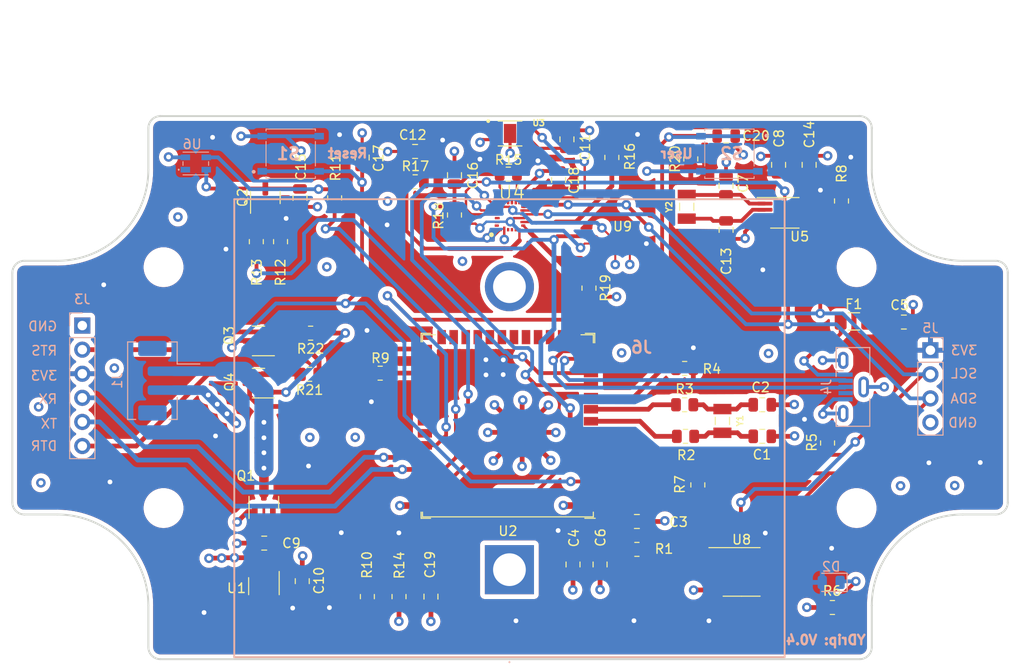
<source format=kicad_pcb>
(kicad_pcb (version 20211014) (generator pcbnew)
  (layers (0 "F.Cu" mixed) (1 "In1.Cu" power) (2 "In2.Cu" power) (31 "B.Cu" mixed) (34 "B.Paste" user) (35 "F.Paste" user) (36 "B.SilkS" user "B.Silkscreen") (37 "F.SilkS" user "F.Silkscreen") (38 "B.Mask" user) (39 "F.Mask" user) (44 "Edge.Cuts" user))
  (net 0 "")
  (net 1 "Net-(C1-Pad2)")
  (net 2 "GND")
  (net 3 "Net-(C2-Pad2)")
  (net 4 "/MAG")
  (net 5 "/EN")
  (net 6 "/USB_D-")
  (net 7 "/USB_D+")
  (net 8 "/VBATT")
  (net 9 "Net-(F1-Pad2)")
  (net 10 "+5V")
  (net 11 "+3V3")
  (net 12 "/UART0_TX")
  (net 13 "/UART0_RX")
  (net 14 "/GPIO0")
  (net 16 "Net-(R2-Pad1)")
  (net 17 "Net-(R3-Pad1)")
  (net 18 "/PIN10")
  (net 19 "/SCL")
  (net 20 "/SDA")
  (net 21 "Net-(R9-Pad2)")
  (net 23 "/SLG_INT1")
  (net 24 "/SLG_INT2")
  (net 36 "Net-(C15-Pad1)")
  (net 42 "/Sensors/MAG-")
  (net 43 "/Sensors/MAG+")
  (net 44 "/LED_PIN0")
  (net 45 "Net-(C7-Pad2)")
  (net 46 "Net-(C13-Pad2)")
  (net 47 "/M_CLK")
  (net 48 "Net-(R11-Pad1)")
  (net 50 "Net-(Q2-Pad1)")
  (net 52 "/LED_PWR")
  (net 57 "Net-(D2-Pad1)")
  (net 58 "/VBATT_DIV")
  (net 59 "Net-(R15-Pad1)")
  (net 60 "/Sensors/MAG_PWR")
  (net 61 "Net-(U9-Pad8)")
  (net 62 "/Sensors/RH1_A")
  (net 63 "/Sensors/RH0_A")
  (net 64 "/Sensors/RH1_B")
  (net 65 "/Sensors/RH0_B")
  (net 72 "/Sensors/OP_AMP_PWR_DOWN")
  (net 75 "Net-(J1-Pad1)")
  (net 77 "/RTS")
  (net 78 "/DTR")
  (net 79 "Net-(Q3-Pad1)")
  (net 80 "Net-(Q4-Pad1)")
  (net 81 "/USER_INPUT")
  (footprint "Capacitor_SMD:C_0805_2012Metric" (layer "F.Cu") (at 149.86 127.07 90)
    (fp_text reference "C10")
    (fp_text value "1uF")
  )
  (footprint "Capacitor_SMD:C_0805_2012Metric" (layer "F.Cu") (at 145.85 123.06 180)
    (fp_text reference "C9")
    (fp_text value "1uF")
  )
  (footprint "MountingHole:MountingHole_3.2mm_M3" (layer "F.Cu") (at 135.2431 119.3638)
    (fp_text reference "H2" hide)
    (fp_text value "MountingHole")
  )
  (footprint "MountingHole:MountingHole_3.2mm_M3" (layer "F.Cu") (at 135.2431 93.9638)
    (fp_text reference "H3" hide)
    (fp_text value "MountingHole")
  )
  (footprint "Resistor_SMD:R_0805_2012Metric" (layer "F.Cu") (at 205.72 129.85 180)
    (fp_text reference "R6")
    (fp_text value "4.7k")
  )
  (footprint "Nabil:SON65P250X250X80-7N" (layer "F.Cu") (at 171.75565 79.86)
    (fp_text reference "U3")
    (fp_text value "ALT021-10E")
  )
  (footprint "MountingHole:MountingHole_3.2mm_M3" (layer "F.Cu") (at 208.2681 93.9638)
    (fp_text reference "H4" hide)
    (fp_text value "MountingHole")
  )
  (footprint "MountingHole:MountingHole_3.2mm_M3" (layer "F.Cu") (at 208.2681 119.3638)
    (fp_text reference "H1" hide)
    (fp_text value "MountingHole")
  )
  (footprint "Nabil:STQFN-24-3.0X3.0-A" (layer "F.Cu") (at 171.75565 88.58564 90)
    (fp_text reference "U4")
    (fp_text value "SLG47004V")
  )
  (footprint "Capacitor_SMD:C_0805_2012Metric" (layer "F.Cu") (at 185.12 120.78)
    (fp_text reference "C3")
    (fp_text value "1uF")
  )
  (footprint "Resistor_SMD:R_0805_2012Metric" (layer "F.Cu") (at 191.54 116.9225 -90)
    (fp_text reference "R7")
    (fp_text value "4.7k")
  )
  (footprint "Resistor_SMD:R_0805_2012Metric" (layer "F.Cu") (at 158.07 105.14)
    (fp_text reference "R9")
    (fp_text value "10k")
  )
  (footprint "Capacitor_SMD:C_0805_2012Metric" (layer "F.Cu") (at 178.39 125.31 -90)
    (fp_text reference "C4")
    (fp_text value "22uF")
  )
  (footprint "Capacitor_SMD:C_0805_2012Metric" (layer "F.Cu") (at 181.24 125.31 -90)
    (fp_text reference "C6")
    (fp_text value "0.1uF")
  )
  (footprint "Resistor_SMD:R_0805_2012Metric" (layer "F.Cu") (at 190.2425 111.8)
    (fp_text reference "R2")
    (fp_text value "0")
  )
  (footprint "Resistor_SMD:R_0805_2012Metric" (layer "F.Cu") (at 185.12 123.72)
    (fp_text reference "R1")
    (fp_text value "10k")
  )
  (footprint "Resistor_SMD:R_0805_2012Metric" (layer "F.Cu") (at 190.1525 108.47)
    (fp_text reference "R3")
    (fp_text value "0")
  )
  (footprint "Nabil:XTAL_ABS07-32.768KHZ-T" (layer "F.Cu") (at 194.13 110.175 -90)
    (fp_text reference "Y1")
    (fp_text value "ABS07-32.768KHZ-T")
  )
  (footprint "Capacitor_SMD:C_0805_2012Metric" (layer "F.Cu") (at 198.33 108.47 180)
    (fp_text reference "C2")
    (fp_text value "22pF")
  )
  (footprint "Resistor_SMD:R_0805_2012Metric" (layer "F.Cu") (at 205.21 112.5025 90)
    (fp_text reference "R5")
    (fp_text value "4.7k")
  )
  (footprint "Capacitor_SMD:C_0805_2012Metric" (layer "F.Cu") (at 198.33 111.8 180)
    (fp_text reference "C1")
    (fp_text value "22pF")
  )
  (footprint "Espressif:ESP32-S3-WROOM-1U" (layer "F.Cu") (at 171.53 110.84 180)
    (fp_text reference "U2")
    (fp_text value "ESP32-S3-WROOM-1")
  )
  (footprint "Resistor_SMD:R_0805_2012Metric" (layer "F.Cu") (at 190.1525 104.64)
    (fp_text reference "R4")
    (fp_text value "10K")
  )
  (footprint "Capacitor_SMD:C_0805_2012Metric" (layer "F.Cu") (at 213.25 99.75 180)
    (fp_text reference "C5")
    (fp_text value "10uF")
  )
  (footprint "Fuse:Fuse_1206_3216Metric" (layer "F.Cu") (at 207.99 99.68 180)
    (fp_text reference "F1")
    (fp_text value "MF-NSMF110")
  )
  (footprint "Package_TO_SOT_SMD:SOT-23-5_HandSoldering" (layer "F.Cu") (at 145.82 127.6 -90)
    (fp_text reference "U1")
    (fp_text value "RT9080-33GJ5")
  )
  (footprint "Capacitor_SMD:C_0805_2012Metric" (layer "F.Cu") (at 156.1725 82.3975 90)
    (fp_text reference "C17")
    (fp_text value "0.1uF")
  )
  (footprint "Capacitor_SMD:C_0805_2012Metric" (layer "F.Cu") (at 203.27 83.17 -90)
    (fp_text reference "C14")
    (fp_text value "0.1uF")
  )
  (footprint "Package_TO_SOT_SMD:SOT-23" (layer "F.Cu") (at 145.25 101.74 180)
    (fp_text reference "Q3")
    (fp_text value "MMBT3904")
  )
  (footprint "Capacitor_SMD:C_0805_2012Metric" (layer "F.Cu") (at 200.05 83.17 -90)
    (fp_text reference "C8")
    (fp_text value "10uF")
  )
  (footprint "Package_SO:SOIC-8_3.9x4.9mm_P1.27mm" (layer "F.Cu") (at 196.155 126.095)
    (fp_text reference "U8")
    (fp_text value "MB85RC64TA")
  )
  (footprint "Resistor_SMD:R_0805_2012Metric_Pad1.20x1.40mm_HandSolder" (layer "F.Cu") (at 150.74 100.92 180)
    (fp_text reference "R22")
    (fp_text value "10K")
  )
  (footprint "Resistor_SMD:R_0805_2012Metric" (layer "F.Cu") (at 206.68 86.98 90)
    (fp_text reference "R8")
    (fp_text value "100k")
  )
  (footprint "Resistor_SMD:R_0805_2012Metric" (layer "F.Cu") (at 182.48 82.39 90)
    (fp_text reference "R16")
    (fp_text value "50k")
  )
  (footprint "Capacitor_SMD:C_0805_2012Metric" (layer "F.Cu") (at 163.42 128.7 -90)
    (fp_text reference "C19")
    (fp_text value "0.1uF")
  )
  (footprint "Package_TO_SOT_SMD:SOT-23" (layer "F.Cu") (at 145.25 106.19 180)
    (fp_text reference "Q4")
    (fp_text value "MMBT3904")
  )
  (footprint "Resistor_SMD:R_0805_2012Metric" (layer "F.Cu") (at 156.72 128.7 90)
    (fp_text reference "R10")
    (fp_text value "10M")
  )
  (footprint "Resistor_SMD:R_0805_2012Metric" (layer "F.Cu") (at 171.57 84.15 180)
    (fp_text reference "R15")
    (fp_text value "100k")
  )
  (footprint "Capacitor_SMD:C_0805_2012Metric" (layer "F.Cu") (at 165.9 84.25 90)
    (fp_text reference "C16")
    (fp_text value "100pF")
  )
  (footprint "Resistor_SMD:R_0805_2012Metric_Pad1.20x1.40mm_HandSolder" (layer "F.Cu") (at 150.63 105.26 180)
    (fp_text reference "R21")
    (fp_text value "10K")
  )
  (footprint "Capacitor_SMD:C_0805_2012Metric" (layer "F.Cu") (at 194.52 90.03 90)
    (fp_text reference "C13")
    (fp_text value "22pF")
  )
  (footprint "Resistor_SMD:R_0805_2012Metric" (layer "F.Cu") (at 153.27 86.6575 -90)
    (fp_text reference "R11")
    (fp_text value "2k")
  )
  (footprint "Nabil:SLG88103V" (layer "F.Cu") (at 183.61 91.47)
    (fp_text reference "U9")
    (fp_text value "SLG88103V" hide)
  )
  (footprint "Resistor_SMD:R_0805_2012Metric" (layer "F.Cu") (at 147.57 91.27 -90)
    (fp_text reference "R12")
    (fp_text value "10k")
  )
  (footprint "Package_SO:MSOP-8_3x3mm_P0.65mm" (layer "F.Cu") (at 200.71 88.23)
    (fp_text reference "U5")
    (fp_text value "PCF8563TS")
  )
  (footprint "Capacitor_SMD:C_0805_2012Metric" (layer "F.Cu") (at 161.75 81.7575 180)
    (fp_text reference "C12")
    (fp_text value "100pF")
  )
  (footprint "Capacitor_SMD:C_0805_2012Metric" (layer "F.Cu") (at 194.53 80.12)
    (fp_text reference "C20")
    (fp_text value "0.1uF")
  )
  (footprint "Capacitor_SMD:C_0805_2012Metric" (layer "F.Cu") (at 194.51 85.38 -90)
    (fp_text reference "C7")
    (fp_text value "22pF")
  )
  (footprint "Capacitor_SMD:C_0805_2012Metric" (layer "F.Cu") (at 176.87 84.77 -90)
    (fp_text reference "C18")
    (fp_text value "0.1uF")
  )
  (footprint "Resistor_SMD:R_0805_2012Metric" (layer "F.Cu") (at 145.02 91.27 90)
    (fp_text reference "R13")
    (fp_text value "500R")
  )
  (footprint "Nabil:XTAL_ABS07-32.768KHZ-T" (layer "F.Cu") (at 190.37 87.595 90)
    (fp_text reference "Y2")
    (fp_text value "ABS07-32.768KHZ-T")
  )
  (footprint "Package_TO_SOT_SMD:SOT-23" (layer "F.Cu") (at 145.81 118.78 90)
    (fp_text reference "Q1")
    (fp_text value "BSS84")
  )
  (footprint "Resistor_SMD:R_0805_2012Metric" (layer "F.Cu") (at 161.76 84.9575)
    (fp_text reference "R17")
    (fp_text value "50k")
  )
  (footprint "Resistor_SMD:R_0805_2012Metric" (layer "F.Cu") (at 190.8 82.55 90)
    (fp_text reference "R20")
    (fp_text value "10k")
  )
  (footprint "Resistor_SMD:R_0805_2012Metric" (layer "F.Cu") (at 160.055 128.7 -90)
    (fp_text reference "R14")
    (fp_text value "10M")
  )
  (footprint "Package_TO_SOT_SMD:SOT-23" (layer "F.Cu") (at 145.97 86.6075 90)
    (fp_text reference "Q2")
    (fp_text value "BSS84")
  )
  (footprint "Resistor_SMD:R_0805_2012Metric" (layer "F.Cu") (at 180.07 96.17 90)
    (fp_text reference "R19")
    (fp_text value "1M")
  )
  (footprint "Capacitor_SMD:C_0805_2012Metric" (layer "F.Cu") (at 177.75 80.48 90)
    (fp_text reference "C11")
    (fp_text value "100pF")
  )
  (footprint "Resistor_SMD:R_0805_2012Metric" (layer "F.Cu") (at 165.9 88.46 -90)
    (fp_text reference "R18")
    (fp_text value "1M")
  )
  (footprint "Capacitor_SMD:C_0805_2012Metric" (layer "F.Cu") (at 149.62 86.6575 -90)
    (fp_text reference "C15")
    (fp_text value "0.1uF")
  )
  (footprint "LED_SMD:LED_0805_2012Metric" (layer "B.Cu") (at 205.59 127.2 180)
    (fp_text reference "D2")
    (fp_text value "LED")
  )
  (footprint "Nabil:USB_Micro-B_Molex-105133-0001" (layer "B.Cu") (at 207.935 106.59 -90)
    (fp_text reference "J4")
    (fp_text value "USB_B_Micro")
  )
  (footprint "Connector_PinSocket_2.54mm:PinSocket_1x06_P2.54mm_Vertical" (layer "B.Cu") (at 126.683333 100.12 180)
    (fp_text reference "J3")
    (fp_text value "Conn_01x06_Male" hide)
  )
  (footprint "Nabil:JST_PH_B2B-PH-SM4-TB_1x02-1MP_P2.00mm_Vertical" (layer "B.Cu") (at 135.82 105.93 -90)
    (fp_text reference "J1")
    (fp_text value "Conn_01x02_Female")
  )
  (footprint "Nabil:INPI22TAT5R5G5B" (layer "B.Cu") (at 138.6413 83.03 180)
    (fp_text reference "U6")
    (fp_text value "IN-PI22TAT5R5G5B" hide)
  )
  (footprint "Nabil:PTS526SK15SMTR2LFS" (layer "B.Cu") (at 194.87 82 180)
    (fp_text reference "S2")
    (fp_text value "PTS526_SK15_SMTR2_LFS" hide)
  )
  (footprint "Nabil:2465" (layer "B.Cu") (at 171.69 125.86 180)
    (fp_text reference "J6")
    (fp_text value "2465" hide)
  )
  (footprint "Connector_PinHeader_2.54mm:PinHeader_1x04_P2.54mm_Vertical" (layer "B.Cu") (at 216.047619 102.72 180)
    (fp_text reference "J5")
    (fp_text value "Conn_01x04_Male" hide)
  )
  (footprint "Nabil:PTS526SK15SMTR2LFS" (layer "B.Cu") (at 148.6413 82)
    (fp_text reference "S1")
    (fp_text value "PTS526_SK15_SMTR2_LFS" hide)
  )
  (gr_line (start 219.4688 120.0393) (end 219.4688 120.0393) (layer "Edge.Cuts") (width 0.2))
  (gr_line (start 219.4688 120.0393) (end 219.4688 120.0393) (layer "Edge.Cuts") (width 0.2))
  (gr_line (start 209.87 79.3) (end 209.87 79.3) (layer "Edge.Cuts") (width 0.2))
  (gr_line (start 120.5793 120.0393) (end 120.5793 120.0393) (layer "Edge.Cuts") (width 0.2))
  (gr_line (start 224.2019 118.7693) (end 224.2019 118.7693) (layer "Edge.Cuts") (width 0.2))
  (gr_arc (start 224.2019 118.7693) (mid 223.829926 119.667326) (end 222.9319 120.0393) (layer "Edge.Cuts") (width 0.2))
  (gr_line (start 219.4688 120.0393) (end 222.9319 120.0393) (layer "Edge.Cuts") (width 0.2))
  (gr_line (start 209.87 79.3) (end 209.87 79.3) (layer "Edge.Cuts") (width 0.2))
  (gr_arc (start 120.5793 120.0393) (mid 119.681274 119.667326) (end 119.3093 118.7693) (layer "Edge.Cuts") (width 0.2))
  (gr_line (start 209.87 129.6381) (end 209.87 129.6381) (layer "Edge.Cuts") (width 0.2))
  (gr_line (start 209.87 134.0276) (end 209.87 129.6381) (layer "Edge.Cuts") (width 0.2))
  (gr_arc (start 133.6413 79.3) (mid 134.013274 78.401974) (end 134.9113 78.03) (layer "Edge.Cuts") (width 0.2))
  (gr_line (start 209.87 129.6381) (end 209.87 129.6381) (layer "Edge.Cuts") (width 0.2))
  (gr_arc (start 133.64133 83.6895) (mid 130.829912 90.476933) (end 124.0425 93.2884) (layer "Edge.Cuts") (width 0.2))
  (gr_line (start 120.5793 120.0393) (end 120.5793 120.0393) (layer "Edge.Cuts") (width 0.2))
  (gr_line (start 133.6413 79.3) (end 133.6413 83.6895) (layer "Edge.Cuts") (width 0.2))
  (gr_line (start 208.6 78.03) (end 134.9113 78.03) (layer "Edge.Cuts") (width 0.2))
  (gr_line (start 224.2019 94.5584) (end 224.2019 94.5584) (layer "Edge.Cuts") (width 0.2))
  (gr_line (start 224.2019 118.7693) (end 224.2019 118.7693) (layer "Edge.Cuts") (width 0.2))
  (gr_arc (start 222.9319 93.2884) (mid 223.829926 93.660374) (end 224.2019 94.5584) (layer "Edge.Cuts") (width 0.2))
  (gr_arc (start 208.6 78.03) (mid 209.498026 78.401974) (end 209.87 79.3) (layer "Edge.Cuts") (width 0.2))
  (gr_arc (start 119.3093 94.5584) (mid 119.681274 93.660374) (end 120.5793 93.2884) (layer "Edge.Cuts") (width 0.2))
  (gr_arc (start 209.87 129.6381) (mid 212.681423 122.850723) (end 219.4688 120.0393) (layer "Edge.Cuts") (width 0.2))
  (gr_line (start 124.0425 93.2884) (end 120.5793 93.2884) (layer "Edge.Cuts") (width 0.2))
  (gr_line (start 133.6413 129.6381) (end 133.6413 134.0276) (layer "Edge.Cuts") (width 0.2))
  (gr_line (start 120.5793 120.0393) (end 124.0425 120.0393) (layer "Edge.Cuts") (width 0.2))
  (gr_line (start 134.9113 135.2976) (end 208.6 135.2976) (layer "Edge.Cuts") (width 0.2))
  (gr_line (start 119.3093 94.5584) (end 119.3093 118.7693) (layer "Edge.Cuts") (width 0.2))
  (gr_arc (start 209.87 134.0276) (mid 209.498026 134.925626) (end 208.6 135.2976) (layer "Edge.Cuts") (width 0.2))
  (gr_line (start 224.2019 118.7693) (end 224.2019 94.5584) (layer "Edge.Cuts") (width 0.2))
  (gr_line (start 224.2019 94.5584) (end 224.2019 94.5584) (layer "Edge.Cuts") (width 0.2))
  (gr_arc (start 134.9113 135.2976) (mid 134.013274 134.925626) (end 133.6413 134.0276) (layer "Edge.Cuts") (width 0.2))
  (gr_line (start 209.87 83.6895) (end 209.87 79.3) (layer "Edge.Cuts") (width 0.2))
  (gr_line (start 222.9319 93.2884) (end 219.4688 93.2884) (layer "Edge.Cuts") (width 0.2))
  (gr_arc (start 219.4688 93.2884) (mid 212.681388 90.476933) (end 209.86997 83.6895) (layer "Edge.Cuts") (width 0.2))
  (gr_arc (start 124.0425 120.03927) (mid 130.829898 122.850702) (end 133.64133 129.6381) (layer "Edge.Cuts") (width 0.2))
  (gr_text "3V3" (at 122.65 105.41) (layer "B.SilkS") (effects (font (size 1 1)) (justify mirror)))
  (gr_text "TX" (at 123.17381 110.47) (layer "B.SilkS") (effects (font (size 1 1)) (justify mirror)))
  (gr_text "DTR" (at 122.65 112.82) (layer "B.SilkS") (effects (font (size 1 1)) (justify mirror)))
  (gr_text "RX" (at 123.054762 107.87) (layer "B.SilkS") (effects (font (size 1 1)) (justify mirror)))
  (gr_text "RTS" (at 122.67381 102.77) (layer "B.SilkS") (effects (font (size 1 1)) (justify mirror)))
  (gr_text "GND" (at 122.507143 100.2) (layer "B.SilkS") (effects (font (size 1 1)) (justify mirror)))
  (gr_text "3V3" (at 219.6 102.74) (layer "B.SilkS") (effects (font (size 1 1)) (justify mirror)))
  (gr_text "GND" (at 219.457143 110.37) (layer "B.SilkS") (effects (font (size 1 1)) (justify mirror)))
  (gr_text "YDrip: V0.4" (at 205.02 133.27) (layer "B.SilkS") (effects (font (size 1 1) (thickness 0.25)) (justify mirror)))
  (gr_text "SCL" (at 219.6 105.18) (layer "B.SilkS") (effects (font (size 1 1)) (justify mirror)))
  (gr_text "SDA" (at 219.576191 107.82) (layer "B.SilkS") (effects (font (size 1 1)) (justify mirror)))
  (gr_text "User" (at 189.31 81.99) (layer "B.SilkS") (effects (font (size 1 1) (thickness 0.25)) (justify mirror)))
  (gr_text "Reset" (at 154.63 81.95) (layer "B.SilkS") (effects (font (size 1 1) (thickness 0.25)) (justify mirror)))
  (segment (start 192.32 111.8) (end 191.155 111.8) (width 0.5) (layer "F.Cu") (net 1))
  (segment (start 194.13 111.425) (end 192.695 111.425) (width 0.5) (layer "F.Cu") (net 1))
  (segment (start 194.13 111.425) (end 195.725 111.425) (width 0.5) (layer "F.Cu") (net 1))
  (segment (start 195.725 111.425) (end 196.1 111.8) (width 0.5) (layer "F.Cu") (net 1))
  (segment (start 196.1 111.8) (end 197.38 111.8) (width 0.5) (layer "F.Cu") (net 1))
  (segment (start 192.695 111.425) (end 192.32 111.8) (width 0.5) (layer "F.Cu") (net 1))
  (segment (start 149.86 126.12) (end 149.86 124.45) (width 0.5) (layer "F.Cu") (net 2))
  (segment (start 158.88 81.7575) (end 158.86 81.7775) (width 0.33) (layer "F.Cu") (net 2))
  (segment (start 171.61 109.98) (end 170.11 108.48) (width 0.5) (layer "F.Cu") (net 2))
  (segment (start 174.49 112.78) (end 176.04 114.33) (width 0.5) (layer "F.Cu") (net 2))
  (segment (start 149.86 124.45) (end 149.9 124.41) (width 0.5) (layer "F.Cu") (net 2))
  (segment (start 174.43 112.78) (end 174.49 112.78) (width 0.5) (layer "F.Cu") (net 2))
  (segment (start 160.15 119.1) (end 160.14 119.11) (width 0.7) (layer "F.Cu") (net 2))
  (segment (start 160.8 81.7575) (end 158.88 81.7575) (width 0.33) (layer "F.Cu") (net 2))
  (segment (start 184.378 91.87) (end 184.378 92.27) (width 0.21) (layer "F.Cu") (net 2))
  (segment (start 187.9925 120.78) (end 188.0625 120.71) (width 0.5) (layer "F.Cu") (net 2))
  (segment (start 194.52 90.98) (end 196.47 90.98) (width 0.4) (layer "F.Cu") (net 2))
  (segment (start 176.56 111.38) (end 176.58 111.4) (width 0.5) (layer "F.Cu") (net 2))
  (segment (start 168.88 80.51) (end 168.59 80.8) (width 0.33) (layer "F.Cu") (net 2))
  (segment (start 184.378 92.27) (end 184.378 93.672) (width 0.21) (layer "F.Cu") (net 2))
  (segment (start 191.11 128) (end 191.095 128.015) (width 0.5) (layer "F.Cu") (net 2))
  (segment (start 141.37 124.64) (end 140.05 124.64) (width 0.5) (layer "F.Cu") (net 2))
  (segment (start 177.75 79.53) (end 180.11 79.53) (width 0.4) (layer "F.Cu") (net 2))
  (segment (start 163.42 129.65) (end 163.42 131.31) (width 0.5) (layer "F.Cu") (net 2))
  (segment (start 214.2 99.75) (end 214.2 97.95) (width 0.4) (layer "F.Cu") (net 2))
  (segment (start 198.23 82.22) (end 198.17 82.28) (width 0.4) (layer "F.Cu") (net 2))
  (segment (start 173.03 111.38) (end 173.03 109.98) (width 0.5) (layer "F.Cu") (net 2))
  (segment (start 178.39 127.98) (end 178.37 128) (width 0.5) (layer "F.Cu") (net 2))
  (segment (start 198.5975 89.205) (end 197.525 89.205) (width 0.4) (layer "F.Cu") (net 2))
  (segment (start 144.86 119.7175) (end 144.1225 119.7175) (width 0.5) (layer "F.Cu") (net 2))
  (segment (start 197.02 89.71) (end 196.52 90.21) (width 0.4) (layer "F.Cu") (net 2))
  (segment (start 141.41 124.6) (end 141.37 124.64) (width 0.5) (layer "F.Cu") (net 2))
  (segment (start 173.03 111.38) (end 171.63 111.38) (width 0.5) (layer "F.Cu") (net 2))
  (segment (start 184.378 93.672) (end 184.37 93.68) (width 0.21) (layer "F.Cu") (net 2))
  (segment (start 173.03 108.04) (end 173.09 107.98) (width 0.5) (layer "F.Cu") (net 2))
  (segment (start 195.48 81.25) (end 196.33 82.1) (width 0.4) (layer "F.Cu") (net 2))
  (segment (start 173.31 85.72) (end 173.94 85.09) (width 0.254) (layer "F.Cu") (net 2))
  (segment (start 214.2 97.95) (end 214.24 97.91) (width 0.4) (layer "F.Cu") (net 2))
  (segment (start 165.9 83.3) (end 165.9 81.75) (width 0.4) (layer "F.Cu") (net 2))
  (segment (start 145.29 124.62) (end 145.27 124.6) (width 0.5) (layer "F.Cu") (net 2))
  (segment (start 142.71 124.6) (end 141.41 124.6) (width 0.5) (layer "F.Cu") (net 2))
  (segment (start 171.141122 91.031122) (end 171.15 91.04) (width 0.254) (layer "F.Cu") (net 2))
  (segment (start 165.9 81.75) (end 165.89 81.74) (width 0.4) (layer "F.Cu") (net 2))
  (segment (start 180.07 97.0825) (end 182.9775 97.0825) (width 0.4) (layer "F.Cu") (net 2))
  (segment (start 182.842 93.688) (end 182.84 93.69) (width 0.21) (layer "F.Cu") (net 2))
  (segment (start 145.82 126.25) (end 145.82 125.15) (width 0.5) (layer "F.Cu") (net 2))
  (segment (start 160.055 129.6125) (end 160.055 131.295) (width 0.5) (layer "F.Cu") (net 2))
  (segment (start 170.51065 80.51) (end 168.88 80.51) (width 0.33) (layer "F.Cu") (net 2))
  (segment (start 172.360322 86.669678) (end 173.31 85.72) (width 0.254) (layer "F.Cu") (net 2))
  (segment (start 199.28 111.8) (end 201.69 111.8) (width 0.5) (layer "F.Cu") (net 2))
  (segment (start 174.43 109.86) (end 175.79 108.5) (width 0.5) (layer "F.Cu") (net 2))
  (segment (start 203.27 82.22) (end 205.22 82.22) (width 0.4) (layer "F.Cu") (net 2))
  (segment (start 171.6 112.78) (end 170 114.38) (width 0.5) (layer "F.Cu") (net 2))
  (segment (start 204.8075 129.85) (end 203.05 129.85) (width 0.5) (layer "F.Cu") (net 2))
  (segment (start 149.62 87.6075) (end 151.4425 87.6075) (width 0.4) (layer "F.Cu") (net 2))
  (segment (start 151.4425 87.6075) (end 151.46 87.59) (width 0.4) (layer "F.Cu") (net 2))
  (segment (start 145.27 124.6) (end 142.71 124.6) (width 0.5) (layer "F.Cu") (net 2))
  (segment (start 203.05 129.85) (end 203.03 129.83) (width 0.5) (layer "F.Cu") (net 2))
  (segment (start 181.24 126.26) (end 181.24 127.96) (width 0.5) (layer "F.Cu") (net 2))
  (segment (start 199.28 108.47) (end 201.67 108.47) (width 0.5) (layer "F.Cu") (net 2))
  (segment (start 140.05 124.64) (end 140.03 124.66) (width 0.5) (layer "F.Cu") (net 2))
  (segment (start 169.42 111.38) (end 169.41 111.39) (width 0.5) (layer "F.Cu") (net 2))
  (segment (start 173.03 109.98) (end 173.03 108.04) (width 0.5) (layer "F.Cu") (net 2))
  (segment (start 144.9 123.06) (end 143.02 123.06) (width 0.5) (layer "F.Cu") (net 2))
  (segment (start 197.525 89.205) (end 197.02 89.71) (width 0.4) (layer "F.Cu") (net 2))
  (segment (start 200.05 82.22) (end 198.23 82.22) (width 0.4) (layer "F.Cu") (net 2))
  (segment (start 145.82 125.15) (end 145.29 124.62) (width 0.5) (layer "F.Cu") (net 2))
  (segment (start 173.03 111.38) (end 173.03 112.78) (width 0.5) (layer "F.Cu") (net 2))
  (segment (start 176.87 83.82) (end 175.21 83.82) (width 0.4) (layer "F.Cu") (net 2))
  (segment (start 173.03 111.38) (end 174.43 111.38) (width 0.5) (layer "F.Cu") (net 2))
  (segment (start 194.51 82.93) (end 194.54 82.9) (width 0.4) (layer "F.Cu") (net 2))
  (segment (start 180.28 119.1) (end 177.39 119.1) (width 0.7) (layer "F.Cu") (net 2))
  (segment (start 144.1225 119.7175) (end 143.01 120.83) (width 0.5) (layer "F.Cu") (net 2))
  (segment (start 182.9775 97.0825) (end 182.98 97.08) (width 0.4) (layer "F.Cu") (net 2))
  (segment (start 156.1725 81.4475) (end 156.1725 79.8075) (width 0.33) (layer "F.Cu") (net 2))
  (segment (start 171.75565 79.86) (end 171.75565 81.93565) (width 0.33) (layer "F.Cu") (net 2))
  (segment (start 173.03 112.78) (end 173.03 114.95) (width 0.5) (layer "F.Cu") (net 2))
  (segment (start 194.51 84.43) (end 194.51 82.93) (width 0.4) (layer "F.Cu") (net 2))
  (segment (start 163.42 131.31) (end 163.41 131.32) (width 0.5) (layer "F.Cu") (net 2))
  (segment (start 173.03 114.95) (end 173.02 114.96) (width 0.5) (layer "F.Cu") (net 2))
  (segment (start 196.52 90.21) (end 196.52 90.93) (width 0.4) (layer "F.Cu") (net 2))
  (segment (start 195.48 80.12) (end 195.48 81.25) (width 0.4) (layer "F.Cu") (net 2))
  (segment (start 177.39 119.1) (end 177.37 119.08) (width 0.7) (layer "F.Cu") (net 2))
  (segment (start 186.07 120.78) (end 187.9925 120.78) (width 0.5) (layer "F.Cu") (net 2))
  (segment (start 171.63 112.78) (end 171.6 112.78) (width 0.5) (layer "F.Cu") (net 2))
  (segment (start 174.43 109.98) (end 174.43 109.86) (width 0.5) (layer "F.Cu") (net 2))
  (segment (start 201.67 108.47) (end 201.7 108.44) (width 0.5) (layer "F.Cu") (net 2))
  (segment (start 182.842 92.27) (end 182.842 93.688) (width 0.21) (layer "F.Cu") (net 2))
  (segment (start 171.63 109.98) (end 171.61 109.98) (width 0.5) (layer "F.Cu") (net 2))
  (segment (start 178.39 126.26) (end 178.39 127.98) (width 0.5) (layer "F.Cu") (net 2))
  (segment (start 143.02 123.06) (end 142.99 123.09) (width 0.5) (layer "F.Cu") (net 2))
  (segment (start 171.141122 89.9338) (end 171.141122 91.031122) (width 0.254) (layer "F.Cu") (net 2))
  (segment (start 162.78 119.1) (end 160.15 119.1) (width 0.7) (layer "F.Cu") (net 2))
  (segment (start 174.43 111.38) (end 176.56 111.38) (width 0.5) (layer "F.Cu") (net 2))
  (segment (start 171.63 111.38) (end 169.42 111.38) (width 0.5) (layer "F.Cu") (net 2))
  (segment (start 193.68 128) (end 191.11 128) (width 0.5) (layer "F.Cu") (net 2))
  (segment (start 174.43 109.98) (end 174.43 111.38) (width 0.5) (layer "F.Cu") (net 2))
  (segment (start 175.21 83.82) (end 173.94 85.09) (width 0.4) (layer "F.Cu") (net 2))
  (segment (start 201.69 111.8) (end 201.73 111.76) (width 0.5) (layer "F.Cu") (net 2))
  (segment (start 180.11 79.53) (end 180.13 79.55) (width 0.4) (layer "F.Cu") (net 2))
  (segment (start 160.055 131.295) (end 160.04 131.31) (width 0.5) (layer "F.Cu") (net 2))
  (segment (start 172.360322 87.1652) (end 172.360322 86.669678) (width 0.254) (layer "F.Cu") (net 2))
  (segment (start 196.47 90.98) (end 196.52 90.93) (width 0.4) (layer "F.Cu") (net 2))
  (via (at 186.18 83.84) (size 1) (drill 0.5) (layers "F.Cu" "B.Cu") (net 2))
  (via (at 165.89 81.74) (size 1) (drill 0.5) (layers "F.Cu" "B.Cu") (net 2))
  (via (at 184.37 93.68) (size 1) (drill 0.5) (layers "F.Cu" "B.Cu") (net 2))
  (via (at 204.69 103.79) (size 1) (drill 0.5) (layers "F.Cu" "B.Cu") (net 2))
  (via (at 178.37 128) (size 1) (drill 0.5) (layers "F.Cu" "B.Cu") (net 2))
  (via (at 160.14 119.11) (size 1) (drill 0.5) (layers "F.Cu" "B.Cu") (net 2))
  (via (at 122.32 116.7) (size 1) (drill 0.5) (layers "F.Cu" "B.Cu") (net 2))
  (via (at 182.84 93.69) (size 1) (drill 0.5) (layers "F.Cu" "B.Cu") (net 2))
  (via (at 201.73 111.76) (size 1) (drill 0.5) (layers "F.Cu" "B.Cu") (net 2))
  (via (at 143.01 120.83) (size 1) (drill 0.5) (layers "F.Cu" "B.Cu") (net 2))
  (via (at 155.44 111.9) (size 1) (drill 0.5) (layers "F.Cu" "B.Cu") (net 2))
  (via (at 214.24 97.91) (size 1) (drill 0.5) (layers "F.Cu" "B.Cu") (net 2))
  (via (at 151.46 87.59) (size 1) (drill 0.5) (layers "F.Cu" "B.Cu") (net 2))
  (via (at 170 114.38) (size 1) (drill 0.5) (layers "F.Cu" "B.Cu") (net 2))
  (via (at 166.74 93.34) (size 1) (drill 0.5) (layers "F.Cu" "B.Cu") (net 2))
  (via (at 140.9 108.41) (size 1) (drill 0.5) (layers "F.Cu" "B.Cu") (net 2))
  (via (at 139.95 107.44) (size 1) (drill 0.5) (layers "F.Cu" "B.Cu") (net 2))
  (via (at 196.33 82.1) (size 1) (drill 0.5) (layers "F.Cu" "B.Cu") (net 2))
  (via (at 198.99 103.06) (size 1) (drill 0.5) (layers "F.Cu" "B.Cu") (net 2))
  (via (at 171.15 91.04) (size 1) (drill 0.5) (layers "F.Cu" "B.Cu") (net 2))
  (via (at 136.76 88.67) (size 1) (drill 0.5) (layers "F.Cu" "B.Cu") (net 2))
  (via (at 152.45 93.93) (size 1) (drill 0.5) (layers "F.Cu" "B.Cu") (net 2))
  (via (at 149.73 81.7) (size 1) (drill 0.5) (layers "F.Cu" "B.Cu") (net 2))
  (via (at 171.76 81.94) (size 1) (drill 0.5) (layers "F.Cu" "B.Cu") (net 2))
  (via (at 170.11 108.48) (size 1) (drill 0.5) (layers "F.Cu" "B.Cu") (net 2))
  (via (at 176.04 114.33) (size 1) (drill 0.5) (layers "F.Cu" "B.Cu") (net 2))
  (via (at 130.06 104.61) (size 1) (drill 0.5) (layers "F.Cu" "B.Cu") (net 2))
  (via (at 182.98 97.08) (size 1) (drill 0.5) (layers "F.Cu" "B.Cu") (net 2))
  (via (at 218.61 116.99) (size 1) (drill 0.5) (layers "F.Cu" "B.Cu") (net 2))
  (via (at 142.99 123.09) (size 1) (drill 0.5) (layers "F.Cu" "B.Cu") (net 2))
  (via (at 143.41 80.15) (size 1) (drill 0.5) (layers "F.Cu" "B.Cu") (net 2))
  (via (at 180.13 79.55) (size 1) (drill 0.5) (layers "F.Cu" "B.Cu") (net 2))
  (via (at 122.08 108.69) (size 1) (drill 0.5) (layers "F.Cu" "B.Cu") (net 2))
  (via (at 142.91 110.43) (size 1) (drill 0.5) (layers "F.Cu" "B.Cu") (net 2))
  (via (at 211.18 106.58) (size 1) (drill 0.5) (layers "F.Cu" "B.Cu") (net 2))
  (via (at 175.79 108.5) (size 1) (drill 0.5) (layers "F.Cu" "B.Cu") (net 2))
  (via (at 174.86 84.08) (size 1) (drill 0.5) (layers "F.Cu" "B.Cu") (net 2))
  (via (at 141.37 124.64) (size 1) (drill 0.5) (layers "F.Cu" "B.Cu") (net 2))
  (via (at 177.37 119.08) (size 1) (drill 0.5) (layers "F.Cu" "B.Cu") (net 2))
  (via (at 173.09 107.98) (size 1) (drill 0.5) (layers "F.Cu" "B.Cu") (net 2))
  (via (at 173.02 114.96) (size 1) (drill 0.5) (layers "F.Cu" "B.Cu") (net 2))
  (via (at 196.52 90.93) (size 1) (drill 0.5) (layers "F.Cu" "B.Cu") (net 2))
  (via (at 201.7 108.44) (size 1) (drill 0.5) (layers "F.Cu" "B.Cu") (net 2))
  (via (at 198.17 82.28) (size 1) (drill 0.5) (layers "F.Cu" "B.Cu") (net 2))
  (via (at 142.71 124.6) (size 1) (drill 0.5) (layers "F.Cu" "B.Cu") (net 2))
  (via (at 169.41 111.39) (size 1) (drill 0.5) (layers "F.Cu" "B.Cu") (net 2))
  (via (at 158.86 81.7775) (size 1) (drill 0.5) (layers "F.Cu" "B.Cu") (net 2))
  (via (at 156.1725 79.8075) (size 1) (drill 0.5) (layers "F.Cu" "B.Cu") (net 2))
  (via (at 203.03 129.83) (size 1) (drill 0.5) (layers "F.Cu" "B.Cu") (net 2))
  (via (at 181.24 127.96) (size 1) (drill 0.5) (layers "F.Cu" "B.Cu") (net 2))
  (via (at 149.9 124.41) (size 1) (drill 0.5) (layers "F.Cu" "B.Cu") (net 2))
  (via (at 160.04 131.31) (size 1) (drill 0.5) (layers "F.Cu" "B.Cu") (net 2))
  (via (at 212.9 117.02) (size 1) (drill 0.5) (layers "F.Cu" "B.Cu") (net 2))
  (via (at 204.72 109.46) (size 1) (drill 0.5) (layers "F.Cu" "B.Cu") (net 2))
  (via (at 163.41 131.32) (size 1) (drill 0.5) (layers "F.Cu" "B.Cu") (net 2))
  (via (at 140.03 124.66) (size 1) (drill 0.5) (layers "F.Cu" "B.Cu") (net 2))
  (via (at 191.095 128.015) (size 1) (drill 0.5) (layers "F.Cu" "B.Cu") (net 2))
  (via (at 194.54 82.9) (size 1) (drill 0.5) (layers "F.Cu" "B.Cu") (net 2))
  (via (at 158.85 87.01) (size 1) (drill 0.5) (layers "F.Cu" "B.Cu") (net 2))
  (via (at 135.77 82.34) (size 1) (drill 0.5) (layers "F.Cu" "B.Cu") (net 2))
  (via (at 183.51 103) (size 1) (drill 0.5) (layers "F.Cu" "B.Cu") (net 2))
  (via (at 176.58 111.4) (size 1) (drill 0.5) (layers "F.Cu" "B.Cu") (net 2))
  (via (at 141.93 109.42) (size 1) (drill 0.5) (layers "F.Cu" "B.Cu") (net 2))
  (via (at 150.66 111.91) (size 1) (drill 0.5) (layers "F.Cu" "B.Cu") (net 2))
  (via (at 205.22 82.22) (size 1) (drill 0.5) (layers "F.Cu" "B.Cu") (net 2))
  (via (at 168.59 80.8) (size 1) (drill 0.5) (layers "F.Cu" "B.Cu") (net 2))
  (via (at 188.0625 120.71) (size 1) (drill 0.5) (layers "F.Cu" "B.Cu") (net 2))
  (segment (start 207.11 107.89) (end 205.84 107.89) (width 0.4) (layer "B.Cu") (net 2))
  (segment (start 211.17 106.59) (end 211.18 106.58) (width 0.4) (layer "B.Cu") (net 2))
  (segment (start 136.32 106.93) (end 139.41 106.93) (width 1) (layer "B.Cu") (net 2))
  (segment (start 206.86 109.39) (end 204.79 109.39) (width 0.4) (layer "B.Cu") (net 2))
  (segment (start 148.21 80.15) (end 148.21 80.18) (width 0.4) (layer "B.Cu") (net 2))
  (segment (start 148.21 80.18) (end 149.73 81.7) (width 0.4) (layer "B.Cu") (net 2))
  (segment (start 206.86 103.79) (end 204.69 103.79) (width 0.4) (layer "B.Cu") (net 2))
  (segment (start 137.5413 82.38) (end 135.81 82.38) (width 0.4) (layer "B.Cu") (net 2))
  (segment (start 209.01 106.59) (end 211.17 106.59) (width 0.4) (layer "B.Cu") (net 2))
  (segment (start 145.6413 80.15) (end 143.41 80.15) (width 0.4) (layer "B.Cu") (net 2))
  (segment (start 139.41 106.93) (end 142.91 110.43) (width 1) (layer "B.Cu") (net 2))
  (segment (start 191.87 83.85) (end 186.19 83.85) (width 0.4) (layer "B.Cu") (net 2))
  (segment (start 135.81 82.38) (end 135.77 82.34) (width 0.4) (layer "B.Cu") (net 2))
  (segment (start 204.79 109.39) (end 204.72 109.46) (width 0.4) (layer "B.Cu") (net 2))
  (segment (start 197.87 83.85) (end 191.87 83.85) (width 0.4) (layer "B.Cu") (net 2))
  (segment (start 186.19 83.85) (end 186.18 83.84) (width 0.4) (layer "B.Cu") (net 2))
  (segment (start 204.72 109.01) (end 204.72 109.46) (width 0.4) (layer "B.Cu") (net 2))
  (segment (start 205.84 107.89) (end 204.72 109.01) (width 0.4) (layer "B.Cu") (net 2))
  (segment (start 148.21 80.15) (end 145.6413 80.15) (width 0.4) (layer "B.Cu") (net 2))
  (segment (start 151.6413 80.15) (end 148.21 80.15) (width 0.4) (layer "B.Cu") (net 2))
  (segment (start 196.09 108.47) (end 197.38 108.47) (width 0.5) (layer "F.Cu") (net 3))
  (segment (start 192.575 108.925) (end 192.12 108.47) (width 0.5) (layer "F.Cu") (net 3))
  (segment (start 194.13 108.925) (end 195.635 108.925) (width 0.5) (layer "F.Cu") (net 3))
  (segment (start 192.12 108.47) (end 191.065 108.47) (width 0.5) (layer "F.Cu") (net 3))
  (segment (start 194.13 108.925) (end 192.575 108.925) (width 0.5) (layer "F.Cu") (net 3))
  (segment (start 195.635 108.925) (end 196.09 108.47) (width 0.5) (layer "F.Cu") (net 3))
  (segment (start 167.49 84.15) (end 170.6575 84.15) (width 0.4) (layer "F.Cu") (net 4))
  (segment (start 171.547522 86.417522) (end 170.6575 85.5275) (width 0.254) (layer "F.Cu") (net 4))
  (segment (start 182.842 91.07) (end 181.22 91.07) (width 0.21) (layer "F.Cu") (net 4))
  (segment (start 180.28 111.48) (end 179.04 111.48) (width 0.5) (layer "F.Cu") (net 4))
  (segment (start 178.27 110.71) (end 178.09 110.53) (width 0.5) (layer "F.Cu") (net 4))
  (segment (start 170.6575 85.5275) (end 170.6575 84.15) (width 0.254) (layer "F.Cu") (net 4))
  (segment (start 181.22 91.07) (end 180.85 90.7) (width 0.21) (layer "F.Cu") (net 4))
  (segment (start 163.69 87.57) (end 165.8775 87.57) (width 0.4) (layer "F.Cu") (net 4))
  (segment (start 165.9 87.5475) (end 165.9 85.2) (width 0.4) (layer "F.Cu") (net 4))
  (segment (start 166.44 85.2) (end 167.49 84.15) (width 0.4) (layer "F.Cu") (net 4))
  (segment (start 179.04 111.48) (end 178.27 110.71) (width 0.5) (layer "F.Cu") (net 4))
  (segment (start 171.547522 87.1652) (end 171.547522 86.417522) (width 0.254) (layer "F.Cu") (net 4))
  (segment (start 165.8775 87.57) (end 165.9 87.5475) (width 0.4) (layer "F.Cu") (net 4))
  (segment (start 178.09 110.53) (end 178.09 108.82) (width 0.5) (layer "F.Cu") (net 4))
  (segment (start 180.33 90.7) (end 176.75 90.7) (width 0.4) (layer "F.Cu") (net 4))
  (segment (start 176.75 90.7) (end 176.38 91.07) (width 0.4) (layer "F.Cu") (net 4))
  (segment (start 165.9 85.2) (end 166.44 85.2) (width 0.4) (layer "F.Cu") (net 4))
  (segment (start 180.85 90.7) (end 180.33 90.7) (width 0.21) (layer "F.Cu") (net 4))
  (via (at 176.38 91.07) (size 1) (drill 0.5) (layers "F.Cu" "B.Cu") (net 4))
  (via (at 163.69 87.57) (size 1) (drill 0.5) (layers "F.Cu" "B.Cu") (net 4))
  (via (at 178.09 108.82) (size 1) (drill 0.5) (layers "F.Cu" "B.Cu") (net 4))
  (segment (start 177.9 108.82) (end 175 105.92) (width 0.5) (layer "B.Cu") (net 4))
  (segment (start 174.08 91.07) (end 173.16 91.99) (width 0.4) (layer "B.Cu") (net 4))
  (segment (start 175 101.86) (end 176.38 100.48) (width 0.5) (layer "B.Cu") (net 4))
  (segment (start 163.69 90.84) (end 163.69 87.57) (width 0.4) (layer "B.Cu") (net 4))
  (segment (start 176.38 91.07) (end 174.08 91.07) (width 0.4) (layer "B.Cu") (net 4))
  (segment (start 178.09 108.82) (end 177.9 108.82) (width 0.5) (layer "B.Cu") (net 4))
  (segment (start 176.38 100.48) (end 176.38 91.07) (width 0.5) (layer "B.Cu") (net 4))
  (segment (start 173.16 91.99) (end 164.84 91.99) (width 0.4) (layer "B.Cu") (net 4))
  (segment (start 175 105.92) (end 175 101.86) (width 0.5) (layer "B.Cu") (net 4))
  (segment (start 164.84 91.99) (end 163.69 90.84) (width 0.4) (layer "B.Cu") (net 4))
  (segment (start 184.17 119.04) (end 184.17 120.78) (width 0.4) (layer "F.Cu") (net 5))
  (segment (start 156.16 85.01) (end 156.16 96.05) (width 0.4) (layer "F.Cu") (net 5))
  (segment (start 180.28 116.56) (end 178.15 116.56) (width 0.4) (layer "F.Cu") (net 5))
  (segment (start 184.17 123.6825) (end 184.2075 123.72) (width 0.4) (layer "F.Cu") (net 5))
  (segment (start 184.17 120.78) (end 184.17 123.6825) (width 0.4) (layer "F.Cu") (net 5))
  (segment (start 143.14 101.74) (end 142.44 102.44) (width 0.4) (layer "F.Cu") (net 5))
  (segment (start 144.3125 101.74) (end 143.14 101.74) (width 0.4) (layer "F.Cu") (net 5))
  (segment (start 180.28 116.56) (end 181.69 116.56) (width 0.4) (layer "F.Cu") (net 5))
  (segment (start 156.1725 83.3475) (end 156.1725 84.9975) (width 0.4) (layer "F.Cu") (net 5))
  (segment (start 156.16 96.05) (end 154.42 97.79) (width 0.4) (layer "F.Cu") (net 5))
  (segment (start 156.1725 84.9975) (end 156.16 85.01) (width 0.4) (layer "F.Cu") (net 5))
  (segment (start 181.69 116.56) (end 184.17 119.04) (width 0.4) (layer "F.Cu") (net 5))
  (via (at 142.44 102.44) (size 1) (drill 0.5) (layers "F.Cu" "B.Cu") (net 5))
  (via (at 154.42 97.79) (size 1) (drill 0.5) (layers "F.Cu" "B.Cu") (net 5))
  (via (at 156.16 85.01) (size 1) (drill 0.5) (layers "F.Cu" "B.Cu") (net 5))
  (via (at 178.15 116.56) (size 1) (drill 0.5) (layers "F.Cu" "B.Cu") (net 5))
  (segment (start 147.09 97.79) (end 142.44 102.44) (width 0.4) (layer "B.Cu") (net 5))
  (segment (start 145.6413 83.85) (end 151.6413 83.85) (width 0.4) (layer "B.Cu") (net 5))
  (segment (start 160.62 109.57) (end 160.62 101.88) (width 0.4) (layer "B.Cu") (net 5))
  (segment (start 167.61 116.56) (end 160.62 109.57) (width 0.4) (layer "B.Cu") (net 5))
  (segment (start 156.53 97.79) (end 154.42 97.79) (width 0.4) (layer "B.Cu") (net 5))
  (segment (start 156.16 85.01) (end 155 83.85) (width 0.4) (layer "B.Cu") (net 5))
  (segment (start 178.15 116.56) (end 167.61 116.56) (width 0.4) (layer "B.Cu") (net 5))
  (segment (start 155 83.85) (end 151.6413 83.85) (width 0.4) (layer "B.Cu") (net 5))
  (segment (start 160.62 101.88) (end 156.53 97.79) (width 0.4) (layer "B.Cu") (net 5))
  (segment (start 154.42 97.79) (end 147.09 97.79) (width 0.4) (layer "B.Cu") (net 5))
  (segment (start 179.154999 103.86) (end 180.28 103.86) (width 0.4) (layer "F.Cu") (net 6))
  (segment (start 177.5 103.741371) (end 177.616371 103.625) (width 0.4) (layer "F.Cu") (net 6))
  (segment (start 177.616371 103.625) (end 178.919999 103.625) (width 0.4) (layer "F.Cu") (net 6))
  (segment (start 177.5 103.81) (end 177.5 103.741371) (width 0.4) (layer "F.Cu") (net 6))
  (segment (start 178.919999 103.625) (end 179.154999 103.86) (width 0.4) (layer "F.Cu") (net 6))
  (via (at 177.5 103.81) (size 1) (drill 0.5) (layers "F.Cu" "B.Cu") (net 6))
  (segment (start 207.11 105.94) (end 207.035 105.865) (width 0.4) (layer "B.Cu") (net 6))
  (segment (start 177.3 105.164314) (end 177.3 104.01) (width 0.4) (layer "B.Cu") (net 6))
  (segment (start 178.000686 105.865) (end 177.3 105.164314) (width 0.4) (layer "B.Cu") (net 6))
  (segment (start 177.3 104.01) (end 177.5 103.81) (width 0.4) (layer "B.Cu") (net 6))
  (segment (start 207.035 105.865) (end 178.000686 105.865) (width 0.4) (layer "B.Cu") (net 6))
  (segment (start 177.285 102.825) (end 178.919999 102.825) (width 0.4) (layer "F.Cu") (net 7))
  (segment (start 176.3 103.81) (end 177.285 102.825) (width 0.4) (layer "F.Cu") (net 7))
  (segment (start 179.154999 102.59) (end 180.28 102.59) (width 0.4) (layer "F.Cu") (net 7))
  (segment (start 178.919999 102.825) (end 179.154999 102.59) (width 0.4) (layer "F.Cu") (net 7))
  (via (at 176.3 103.81) (size 1) (drill 0.5) (layers "F.Cu" "B.Cu") (net 7))
  (segment (start 177.669314 106.665) (end 176.5 105.495686) (width 0.4) (layer "B.Cu") (net 7))
  (segment (start 176.5 104.01) (end 176.3 103.81) (width 0.4) (layer "B.Cu") (net 7))
  (segment (start 176.5 105.495686) (end 176.5 104.01) (width 0.4) (layer "B.Cu") (net 7))
  (segment (start 207.035 106.665) (end 177.669314 106.665) (width 0.4) (layer "B.Cu") (net 7))
  (segment (start 207.11 106.59) (end 207.035 106.665) (width 0.4) (layer "B.Cu") (net 7))
  (segment (start 142.08 127.3) (end 143.13 126.25) (width 0.5) (layer "F.Cu") (net 8))
  (segment (start 145.16 127.64) (end 146.44 127.64) (width 0.4) (layer "F.Cu") (net 8))
  (segment (start 156.72 130.99) (end 155.91 131.8) (width 0.5) (layer "F.Cu") (net 8))
  (segment (start 142.08 130.55) (end 142.08 127.3) (width 0.5) (layer "F.Cu") (net 8))
  (segment (start 146.77 126.25) (end 146.77 123.09) (width 0.5) (layer "F.Cu") (net 8))
  (segment (start 143.33 131.8) (end 142.08 130.55) (width 0.5) (layer "F.Cu") (net 8))
  (segment (start 146.77 123.09) (end 146.8 123.06) (width 0.5) (layer "F.Cu") (net 8))
  (segment (start 155.91 131.8) (end 143.33 131.8) (width 0.5) (layer "F.Cu") (net 8))
  (segment (start 143.13 126.25) (end 144.87 126.25) (width 0.5) (layer "F.Cu") (net 8))
  (segment (start 146.44 127.64) (end 146.77 127.31) (width 0.4) (layer "F.Cu") (net 8))
  (segment (start 146.77 127.31) (end 146.77 126.25) (width 0.4) (layer "F.Cu") (net 8))
  (segment (start 156.72 129.6125) (end 156.72 130.99) (width 0.5) (layer "F.Cu") (net 8))
  (segment (start 146.76 119.7175) (end 146.76 123.02) (width 0.5) (layer "F.Cu") (net 8))
  (segment (start 146.76 123.02) (end 146.8 123.06) (width 0.5) (layer "F.Cu") (net 8))
  (segment (start 144.87 126.25) (end 144.87 127.35) (width 0.4) (layer "F.Cu") (net 8))
  (segment (start 144.87 127.35) (end 145.16 127.64) (width 0.4) (layer "F.Cu") (net 8))
  (segment (start 205.81 101.74) (end 206.59 100.96) (width 0.4) (layer "F.Cu") (net 9))
  (segment (start 204.84 101.74) (end 205.81 101.74) (width 0.4) (layer "F.Cu") (net 9))
  (segment (start 202.73 103.85) (end 204.84 101.74) (width 0.4) (layer "F.Cu") (net 9))
  (segment (start 206.59 100.96) (end 206.59 99.68) (width 0.4) (layer "F.Cu") (net 9))
  (via (at 202.73 103.85) (size 1) (drill 0.5) (layers "F.Cu" "B.Cu") (net 9))
  (segment (start 204.17 105.29) (end 202.73 103.85) (width 0.4) (layer "B.Cu") (net 9))
  (segment (start 207.11 105.29) (end 204.17 105.29) (width 0.4) (layer "B.Cu") (net 9))
  (segment (start 212.21 99.68) (end 209.39 99.68) (width 0.4) (layer "F.Cu") (net 10))
  (segment (start 169.96 90.81) (end 169.9 90.87) (width 0.21) (layer "F.Cu") (net 11))
  (segment (start 170.76 90.01) (end 169.96 90.81) (width 0.21) (layer "F.Cu") (net 11))
  (segment (start 173.81 86.17) (end 174.26 85.72) (width 0.254) (layer "F.Cu") (net 11))
  (segment (start 184.378 90.67) (end 185.31 90.67) (width 0.21) (layer "F.Cu") (net 11))
  (segment (start 172.741322 87.1652) (end 172.8148 87.1652) (width 0.254) (layer "F.Cu") (net 11))
  (segment (start 173.8 86.18) (end 173.81 86.17) (width 0.254) (layer "F.Cu") (net 11))
  (segment (start 172.8148 87.1652) (end 173.8 86.18) (width 0.254) (layer "F.Cu") (net 11))
  (segment (start 185.31 90.67) (end 186.12 91.48) (width 0.21) (layer "F.Cu") (net 11))
  (segment (start 170.760122 90.01) (end 170.76 90.01) (width 0.21) (layer "F.Cu") (net 11))
  (segment (start 174.26 85.72) (end 174.73 85.72) (width 0.254) (layer "F.Cu") (net 11))
  (segment (start 174.73 85.72) (end 176.87 85.72) (width 0.5) (layer "F.Cu") (net 11))
  (segment (start 169.9 90.87) (end 169.34 90.87) (width 0.21) (layer "F.Cu") (net 11))
  (via (at 140.72 111.76) (size 1) (drill 0.5) (layers "F.Cu" "B.Cu") (net 11))
  (via (at 156.68 100.63) (size 1) (drill 0.5) (layers "F.Cu" "B.Cu") (net 11))
  (via (at 207.66 82.36) (size 1) (drill 0.5) (layers "F.Cu" "B.Cu") (net 11))
  (via (at 168.58 82.57) (size 1) (drill 0.5) (layers "F.Cu" "B.Cu") (net 11))
  (via (at 185.19 79.96) (size 1) (drill 0.5) (layers "F.Cu" "B.Cu") (net 11))
  (via (at 139.51 130.38) (size 1) (drill 0.5) (layers "F.Cu" "B.Cu") (net 11))
  (via (at 153.79 79.99) (size 1) (drill 0.5) (layers "F.Cu" "B.Cu") (net 11))
  (via (at 186.12 91.48) (size 1) (drill 0.5) (layers "F.Cu" "B.Cu") (net 11))
  (via (at 192.71 131.25) (size 1) (drill 0.5) (layers "F.Cu" "B.Cu") (net 11))
  (via (at 221.3 114.56) (size 1) (drill 0.5) (layers "F.Cu" "B.Cu") (net 11))
  (via (at 176.82 121.73) (size 1) (drill 0.5) (layers "F.Cu" "B.Cu") (net 11))
  (via (at 150.52 114.93) (size 1) (drill 0.5) (layers "F.Cu" "B.Cu") (net 11))
  (via (at 160.04 121.98) (size 1) (drill 0.5) (layers "F.Cu" "B.Cu") (net 11))
  (via (at 215.89 114.59) (size 1) (drill 0.5) (layers "F.Cu" "B.Cu") (net 11))
  (via (at 171.03 105.29) (size 1) (drill 0.5) (layers "F.Cu" "B.Cu") (net 11))
  (via (at 148.16 88.82) (size 1) (drill 0.5) (layers "F.Cu" "B.Cu") (net 11))
  (via (at 158.8 89.5) (size 1) (drill 0.5) (layers "F.Cu" "B.Cu") (net 11))
  (via (at 164.65 80.56) (size 1) (drill 0.5) (layers "F.Cu" "B.Cu") (net 11))
  (via (at 171.04 103.73) (size 1) (drill 0.5) (layers "F.Cu" "B.Cu") (net 11))
  (via (at 172.38 131.25) (size 1) (drill 0.5) (layers "F.Cu" "B.Cu") (net 11))
  (via (at 202.78 110) (size 1) (drill 0.5) (layers "F.Cu" "B.Cu") (net 11))
  (via (at 198.39 94.24) (size 1) (drill 0.5) (layers "F.Cu" "B.Cu") (net 11))
  (via (at 129.6 116.61) (size 1) (drill 0.5) (layers "F.Cu" "B.Cu") (net 11))
  (via (at 169.34 90.87) (size 1) (drill 0.5) (layers "F.Cu" "B.Cu") (net 11))
  (via (at 174.69 82.74) (size 1) (drill 0.5) (layers "F.Cu" "B.Cu") (net 11))
  (via (at 198.65 122) (size 1) (drill 0.5) (layers "F.Cu" "B.Cu") (net 11))
  (via (at 141.82 92.06) (size 1) (drill 0.5) (layers "F.Cu" "B.Cu") (net 11))
  (via (at 152.72 129.86) (size 1) (drill 0.5) (layers "F.Cu" "B.Cu") (net 11))
  (via (at 191.07 102.46) (size 1) (drill 0.5) (layers "F.Cu" "B.Cu") (net 11))
  (via (at 169.21 103.72) (size 1) (drill 0.5) (layers "F.Cu" "B.Cu") (net 11))
  (via (at 205.64 123.6) (size 1) (drill 0.5) (layers "F.Cu" "B.Cu") (net 11))
  (via (at 148.85 129.91) (size 1) (drill 0.5) (layers "F.Cu" "B.Cu") (net 11))
  (via (at 157.14 108.15) (size 1) (drill 0.5) (layers "F.Cu" "B.Cu") (net 11))
  (via (at 153.97 121.96) (size 1) (drill 0.5) (layers "F.Cu" "B.Cu") (net 11))
  (via (at 204.46 85.84) (size 1) (drill 0.5) (layers "F.Cu" "B.Cu") (net 11))
  (via (at 140.41 80.27) (size 1) (drill 0.5) (layers "F.Cu" "B.Cu") (net 11))
  (via (at 169.22 105.32) (size 1) (drill 0.5) (layers "F.Cu" "B.Cu") (net 11))
  (via (at 184.81 131.24) (size 1) (drill 0.5) (layers "F.Cu" "B.Cu") (net 11))
  (via (at 128.94 95.82) (size 1) (drill 0.5) (layers "F.Cu" "B.Cu") (net 11))
  (segment (start 160.4 115.29) (end 162.78 115.29) (width 0.5) (layer "F.Cu") (net 12))
  (via (at 160.4 115.29) (size 1) (drill 0.5) (layers "F.Cu" "B.Cu") (net 12))
  (segment (start 128.51 110.28) (end 131.32 113.09) (width 0.5) (layer "B.Cu") (net 12))
  (segment (start 157.16 115.31) (end 157.18 115.29) (width 0.5) (layer "B.Cu") (net 12))
  (segment (start 142.72 119.16) (end 151.86 119.16) (width 0.5) (layer "B.Cu") (net 12))
  (segment (start 131.32 113.09) (end 132.53 114.3) (width 0.5) (layer "B.Cu") (net 12))
  (segment (start 153.31 119.16) (end 157.16 115.31) (width 0.5) (layer "B.Cu") (net 12))
  (segment (start 137.8 114.3) (end 137.86 114.3) (width 0.5) (layer "B.Cu") (net 12))
  (segment (start 151.86 119.16) (end 153.31 119.16) (width 0.5) (layer "B.Cu") (net 12))
  (segment (start 157.18 115.29) (end 160.4 115.29) (width 0.5) (layer "B.Cu") (net 12))
  (segment (start 126.683333 110.28) (end 128.51 110.28) (width 0.5) (layer "B.Cu") (net 12))
  (segment (start 137.86 114.3) (end 141.47 117.91) (width 0.5) (layer "B.Cu") (net 12))
  (segment (start 141.47 117.91) (end 142.72 119.16) (width 0.5) (layer "B.Cu") (net 12))
  (segment (start 132.53 114.3) (end 137.8 114.3) (width 0.5) (layer "B.Cu") (net 12))
  (segment (start 158.43 114.02) (end 162.78 114.02) (width 0.5) (layer "F.Cu") (net 13))
  (via (at 158.43 114.02) (size 1) (drill 0.5) (layers "F.Cu" "B.Cu") (net 13))
  (segment (start 152.75 117.68) (end 156.42 114.01) (width 0.5) (layer "B.Cu") (net 13))
  (segment (start 138.85 112.9) (end 143.63 117.68) (width 0.5) (layer "B.Cu") (net 13))
  (segment (start 143.63 117.68) (end 152.75 117.68) (width 0.5) (layer "B.Cu") (net 13))
  (segment (start 128.02 107.74) (end 132.23 111.95) (width 0.5) (layer "B.Cu") (net 13))
  (segment (start 156.42 114.01) (end 158.42 114.01) (width 0.5) (layer "B.Cu") (net 13))
  (segment (start 126.683333 107.74) (end 128.02 107.74) (width 0.5) (layer "B.Cu") (net 13))
  (segment (start 138.82 112.9) (end 138.85 112.9) (width 0.5) (layer "B.Cu") (net 13))
  (segment (start 133.18 112.9) (end 138.82 112.9) (width 0.5) (layer "B.Cu") (net 13))
  (segment (start 158.42 114.01) (end 158.43 114.02) (width 0.5) (layer "B.Cu") (net 13))
  (segment (start 132.23 111.95) (end 133.18 112.9) (width 0.5) (layer "B.Cu") (net 13))
  (segment (start 144.3125 107.6025) (end 144.3125 106.19) (width 0.5) (layer "F.Cu") (net 14))
  (segment (start 157.1 102.59) (end 151.04 108.65) (width 0.5) (layer "F.Cu") (net 14))
  (segment (start 151.04 108.65) (end 145.36 108.65) (width 0.5) (layer "F.Cu") (net 14))
  (segment (start 162.78 102.59) (end 157.1 102.59) (width 0.5) (layer "F.Cu") (net 14))
  (segment (start 145.36 108.65) (end 144.3125 107.6025) (width 0.5) (layer "F.Cu") (net 14))
  (segment (start 180.28 110.21) (end 185.46 110.21) (width 0.5) (layer "F.Cu") (net 16))
  (segment (start 187.05 111.8) (end 189.33 111.8) (width 0.5) (layer "F.Cu") (net 16))
  (segment (start 185.46 110.21) (end 187.05 111.8) (width 0.5) (layer "F.Cu") (net 16))
  (segment (start 186.81 108.47) (end 189.24 108.47) (width 0.5) (layer "F.Cu") (net 17))
  (segment (start 186.34 108.94) (end 186.81 108.47) (width 0.5) (layer "F.Cu") (net 17))
  (segment (start 180.28 108.94) (end 186.34 108.94) (width 0.5) (layer "F.Cu") (net 17))
  (segment (start 184.8 107.67) (end 187.83 104.64) (width 0.5) (layer "F.Cu") (net 18))
  (segment (start 187.83 104.64) (end 189.24 104.64) (width 0.5) (layer "F.Cu") (net 18))
  (segment (start 180.28 107.67) (end 184.8 107.67) (width 0.5) (layer "F.Cu") (net 18))
  (segment (start 208.125 112.395) (end 215.26 105.26) (width 0.4) (layer "F.Cu") (net 19))
  (segment (start 215.26 105.26) (end 216.047619 105.26) (width 0.4) (layer "F.Cu") (net 19))
  (segment (start 197.05 126.73) (end 196.32 126) (width 0.4) (layer "F.Cu") (net 19))
  (segment (start 173.09692 88.384396) (end 175.745604 88.384396) (width 0.254) (layer "F.Cu") (net 19))
  (segment (start 198.63 126.73) (end 197.05 126.73) (width 0.4) (layer "F.Cu") (net 19))
  (segment (start 202.8225 88.555) (end 203.865 88.555) (width 0.4) (layer "F.Cu") (net 19))
  (segment (start 175.745604 88.384396) (end 175.75 88.38) (width 0.254) (layer "F.Cu") (net 19))
  (segment (start 204.44 89.13) (end 204.44 98.84) (width 0.4) (layer "F.Cu") (net 19))
  (segment (start 206.77 113.75) (end 208.125 112.395) (width 0.4) (layer "F.Cu") (net 19))
  (segment (start 181.72 114.02) (end 181.99 113.75) (width 0.4) (layer "F.Cu") (net 19))
  (segment (start 196.32 126) (end 196.08 125.76) (width 0.4) (layer "F.Cu") (net 19))
  (segment (start 181.99 113.75) (end 206.77 113.75) (width 0.4) (layer "F.Cu") (net 19))
  (segment (start 180.28 114.02) (end 181.72 114.02) (width 0.4) (layer "F.Cu") (net 19))
  (segment (start 196.08 125.76) (end 196.08 118.77) (width 0.4) (layer "F.Cu") (net 19))
  (segment (start 203.865 88.555) (end 204.44 89.13) (width 0.4) (layer "F.Cu") (net 19))
  (via (at 196.08 118.77) (size 1) (drill 0.5) (layers "F.Cu" "B.Cu") (net 19))
  (via (at 175.75 88.38) (size 1) (drill 0.5) (layers "F.Cu" "B.Cu") (net 19))
  (via (at 208.125 112.395) (size 1) (drill 0.5) (layers "F.Cu" "B.Cu") (net 19))
  (via (at 204.44 98.84) (size 1) (drill 0.5) (layers "F.Cu" "B.Cu") (net 19))
  (segment (start 204.44 98.84) (end 197.21 98.84) (width 0.4) (layer "B.Cu") (net 19))
  (segment (start 213.22 105.26) (end 206.8 98.84) (width 0.4) (layer "B.Cu") (net 19))
  (segment (start 197.21 98.84) (end 186.75 88.38) (width 0.4) (layer "B.Cu") (net 19))
  (segment (start 196.08 118.77) (end 197.5 117.35) (width 0.4) (layer "B.Cu") (net 19))
  (segment (start 206.8 98.84) (end 204.44 98.84) (width 0.4) (layer "B.Cu") (net 19))
  (segment (start 203.17 117.35) (end 208.125 112.395) (width 0.4) (layer "B.Cu") (net 19))
  (segment (start 216.047619 105.26) (end 213.22 105.26) (width 0.4) (layer "B.Cu") (net 19))
  (segment (start 197.5 117.35) (end 203.17 117.35) (width 0.4) (layer "B.Cu") (net 19))
  (segment (start 186.75 88.38) (end 175.75 88.38) (width 0.4) (layer "B.Cu") (net 19))
  (segment (start 201.565 89.205) (end 202.8225 89.205) (width 0.4) (layer "F.Cu") (net 20))
  (segment (start 180.28 115.29) (end 181.63 115.29) (width 0.4) (layer "F.Cu") (net 20))
  (segment (start 201.05 89.72) (end 201.565 89.205) (width 0.4) (layer "F.Cu") (net 20))
  (segment (start 182.04 115.7) (end 205.4 115.7) (width 0.4) (layer "F.Cu") (net 20))
  (segment (start 175.09 87.37) (end 177.88 87.37) (width 0.4) (layer "F.Cu") (net 20))
  (segment (start 208.557619 115.29) (end 216.047619 107.8) (width 0.4) (layer "F.Cu") (net 20))
  (segment (start 202.1 125.8) (end 202.1 119) (width 0.4) (layer "F.Cu") (net 20))
  (segment (start 173.09692 87.977996) (end 174.482004 87.977996) (width 0.254) (layer "F.Cu") (net 20))
  (segment (start 198.63 128) (end 199.9 128) (width 0.4) (layer "F.Cu") (net 20))
  (segment (start 201.05 95.28) (end 201.05 99.98) (width 0.4) (layer "F.Cu") (net 20))
  (segment (start 199.9 128) (end 202.1 125.8) (width 0.4) (layer "F.Cu") (net 20))
  (segment (start 205.4 115.7) (end 208.147619 115.7) (width 0.4) (layer "F.Cu") (net 20))
  (segment (start 186.37 89.74) (end 184 87.37) (width 0.4) (layer "F.Cu") (net 20))
  (segment (start 181.63 115.29) (end 182.04 115.7) (width 0.4) (layer "F.Cu") (net 20))
  (segment (start 201.05 95.28) (end 201.05 89.72) (width 0.4) (layer "F.Cu") (net 20))
  (segment (start 208.147619 115.7) (end 208.557619 115.29) (width 0.4) (layer "F.Cu") (net 20))
  (segment (start 174.482004 87.977996) (end 175.09 87.37) (width 0.254) (layer "F.Cu") (net 20))
  (segment (start 202.1 119) (end 205.4 115.7) (width 0.4) (layer "F.Cu") (net 20))
  (via (at 201.05 99.98) (size 1) (drill 0.5) (layers "F.Cu" "B.Cu") (net 20))
  (via (at 184 87.38) (size 1) (drill 0.5) (layers "F.Cu" "B.Cu") (net 20))
  (via (at 177.88 87.37) (size 1) (drill 0.5) (layers "F.Cu" "B.Cu") (net 20))
  (via (at 186.37 89.74) (size 1) (drill 0.5) (layers "F.Cu" "B.Cu") (net 20))
  (segment (start 196.61 99.98) (end 186.37 89.74) (width 0.4) (layer "B.Cu") (net 20))
  (segment (start 213.93 107.8) (end 206.26 100.13) (width 0.4) (layer "B.Cu") (net 20))
  (segment (start 203.67 99.98) (end 201.05 99.98) (width 0.4) (layer "B.Cu") (net 20))
  (segment (start 216.047619 107.8) (end 213.93 107.8) (width 0.4) (layer "B.Cu") (net 20))
  (segment (start 183.99 87.37) (end 184 87.38) (width 0.4) (layer "B.Cu") (net 20))
  (segment (start 177.88 87.37) (end 183.99 87.37) (width 0.4) (layer "B.Cu") (net 20))
  (segment (start 206.11 99.98) (end 203.67 99.98) (width 0.4) (layer "B.Cu") (net 20))
  (segment (start 201.05 99.98) (end 196.61 99.98) (width 0.4) (layer "B.Cu") (net 20))
  (segment (start 206.26 100.13) (end 206.11 99.98) (width 0.4) (layer "B.Cu") (net 20))
  (segment (start 162.78 105.13) (end 158.9925 105.13) (width 0.5) (layer "F.Cu") (net 21))
  (segment (start 158.9925 105.13) (end 158.9825 105.14) (width 0.5) (layer "F.Cu") (net 21))
  (segment (start 170.760122 87.1652) (end 169.8052 87.1652) (width 0.254) (layer "F.Cu") (net 23))
  (segment (start 180.28 105.13) (end 175 105.13) (width 0.4) (layer "F.Cu") (net 23))
  (segment (start 175 105.13) (end 174.78 105.13) (width 0.4) (layer "F.Cu") (net 23))
  (segment (start 169.8052 87.1652) (end 169.05 86.41) (width 0.254) (layer "F.Cu") (net 23))
  (segment (start 174.78 105.13) (end 173.06 103.41) (width 0.4) (layer "F.Cu") (net 23))
  (via (at 169.05 86.41) (size 1) (drill 0.5) (layers "F.Cu" "B.Cu") (net 23))
  (via (at 173.06 103.41) (size 1) (drill 0.5) (layers "F.Cu" "B.Cu") (net 23))
  (segment (start 171.14 102.91) (end 161.43 93.2) (width 0.4) (layer "B.Cu") (net 23))
  (segment (start 171.86 103.390344) (end 171.379656 102.91) (width 0.4) (layer "B.Cu") (net 23))
  (segment (start 161.43 86.72) (end 162.83 85.32) (width 0.4) (layer "B.Cu") (net 23))
  (segment (start 171.379656 102.91) (end 171.14 102.91) (width 0.4) (layer "B.Cu") (net 23))
  (segment (start 173.06 103.41) (end 171.86 103.41) (width 0.4) (layer "B.Cu") (net 23))
  (segment (start 171.86 103.41) (end 171.86 103.390344) (width 0.4) (layer "B.Cu") (net 23))
  (segment (start 162.83 85.32) (end 167.96 85.32) (width 0.4) (layer "B.Cu") (net 23))
  (segment (start 167.96 85.32) (end 169.05 86.41) (width 0.4) (layer "B.Cu") (net 23))
  (segment (start 161.43 93.2) (end 161.43 86.72) (width 0.4) (layer "B.Cu") (net 23))
  (segment (start 180.28 106.4) (end 174.47 106.4) (width 0.4) (layer "F.Cu") (net 24))
  (segment (start 170.40452 87.977996) (end 168.707996 87.977996) (width 0.254) (layer "F.Cu") (net 24))
  (segment (start 168.707996 87.977996) (end 168.23 87.5) (width 0.254) (layer "F.Cu") (net 24))
  (segment (start 174.47 106.4) (end 173.37 105.3) (width 0.4) (layer "F.Cu") (net 24))
  (via (at 168.23 87.5) (size 1) (drill 0.5) (layers "F.Cu" "B.Cu") (net 24))
  (via (at 173.37 105.3) (size 1) (drill 0.5) (layers "F.Cu" "B.Cu") (net 24))
  (segment (start 174.08 104.59) (end 174.08 102.89) (width 0.4) (layer "B.Cu") (net 24))
  (segment (start 162.45 92.71) (end 162.45 87.22) (width 0.4) (layer "B.Cu") (net 24))
  (segment (start 173.37 105.3) (end 174.08 104.59) (width 0.4) (layer "B.Cu") (net 24))
  (segment (start 174.08 102.89) (end 173.67 102.48) (width 0.4) (layer "B.Cu") (net 24))
  (segment (start 162.45 87.22) (end 163.3 86.37) (width 0.4) (layer "B.Cu") (net 24))
  (segment (start 167.1 86.37) (end 168.23 87.5) (width 0.4) (layer "B.Cu") (net 24))
  (segment (start 163.3 86.37) (end 167.1 86.37) (width 0.4) (layer "B.Cu") (net 24))
  (segment (start 172.22 102.48) (end 162.45 92.71) (width 0.4) (layer "B.Cu") (net 24))
  (segment (start 173.67 102.48) (end 172.22 102.48) (width 0.4) (layer "B.Cu") (net 24))
  (segment (start 149.5825 85.67) (end 149.62 85.7075) (width 0.4) (layer "F.Cu") (net 36))
  (segment (start 139.74 85.48) (end 139.93 85.67) (width 0.4) (layer "F.Cu") (net 36))
  (segment (start 145.97 85.67) (end 149.5825 85.67) (width 0.4) (layer "F.Cu") (net 36))
  (segment (start 139.93 85.67) (end 145.97 85.67) (width 0.4) (layer "F.Cu") (net 36))
  (via (at 139.74 85.48) (size 1) (drill 0.5) (layers "F.Cu" "B.Cu") (net 36))
  (segment (start 139.7413 85.4787) (end 139.74 85.48) (width 0.4) (layer "B.Cu") (net 36))
  (segment (start 139.7413 83.68) (end 139.7413 85.4787) (width 0.4) (layer "B.Cu") (net 36))
  (segment (start 173.86 80.51) (end 174.78 81.43) (width 0.33) (layer "F.Cu") (net 42))
  (segment (start 174.78 81.43) (end 177.75 81.43) (width 0.33) (layer "F.Cu") (net 42))
  (segment (start 177.75 81.43) (end 182.4325 81.43) (width 0.33) (layer "F.Cu") (net 42))
  (segment (start 173.00065 80.51) (end 173.86 80.51) (width 0.33) (layer "F.Cu") (net 42))
  (segment (start 182.4325 81.43) (end 182.48 81.4775) (width 0.33) (layer "F.Cu") (net 42))
  (segment (start 162.6725 84.9575) (end 162.6725 81.785) (width 0.4) (layer "F.Cu") (net 43))
  (segment (start 163.55 79.21) (end 162.7 80.06) (width 0.4) (layer "F.Cu") (net 43))
  (segment (start 170.51065 79.21) (end 166.72 79.21) (width 0.33) (layer "F.Cu") (net 43))
  (segment (start 162.7 80.06) (end 162.7 81.7575) (width 0.4) (layer "F.Cu") (net 43))
  (segment (start 166.72 79.21) (end 163.55 79.21) (width 0.4) (layer "F.Cu") (net 43))
  (segment (start 162.6725 81.785) (end 162.7 81.7575) (width 0.4) (layer "F.Cu") (net 43))
  (segment (start 153.27 87.57) (end 153.27 88.96) (width 0.4) (layer "F.Cu") (net 44))
  (segment (start 153.27 88.96) (end 152.31 89.92) (width 0.4) (layer "F.Cu") (net 44))
  (segment (start 163.53 116.56) (end 166.05 114.04) (width 0.4) (layer "F.Cu") (net 44))
  (segment (start 162.78 116.56) (end 163.53 116.56) (width 0.4) (layer "F.Cu") (net 44))
  (segment (start 166.05 108.95) (end 166.03 108.93) (width 0.4) (layer "F.Cu") (net 44))
  (segment (start 166.05 114.04) (end 166.05 108.95) (width 0.4) (layer "F.Cu") (net 44))
  (via (at 152.31 89.92) (size 1) (drill 0.5) (layers "F.Cu" "B.Cu") (net 44))
  (via (at 166.03 108.93) (size 1) (drill 0.5) (layers "F.Cu" "B.Cu") (net 44))
  (segment (start 161.94 98.1) (end 153.76 89.92) (width 0.4) (layer "B.Cu") (net 44))
  (segment (start 166.03 108.93) (end 166.03 102.19) (width 0.4) (layer "B.Cu") (net 44))
  (segment (start 166.03 102.19) (end 161.94 98.1) (width 0.4) (layer "B.Cu") (net 44))
  (segment (start 153.76 89.92) (end 152.31 89.92) (width 0.4) (layer "B.Cu") (net 44))
  (segment (start 198.5975 87.255) (end 196.985 87.255) (width 0.4) (layer "F.Cu") (net 45))
  (segment (start 194.495 86.345) (end 190.37 86.345) (width 0.4) (layer "F.Cu") (net 45))
  (segment (start 196.06 86.33) (end 194.51 86.33) (width 0.4) (layer "F.Cu") (net 45))
  (segment (start 194.51 86.33) (end 194.495 86.345) (width 0.4) (layer "F.Cu") (net 45))
  (segment (start 196.985 87.255) (end 196.06 86.33) (width 0.4) (layer "F.Cu") (net 45))
  (segment (start 197.315 87.905) (end 196.14 89.08) (width 0.4) (layer "F.Cu") (net 46))
  (segment (start 196.14 89.08) (end 194.52 89.08) (width 0.4) (layer "F.Cu") (net 46))
  (segment (start 190.37 88.845) (end 192.925 88.845) (width 0.4) (layer "F.Cu") (net 46))
  (segment (start 198.5975 87.905) (end 197.315 87.905) (width 0.4) (layer "F.Cu") (net 46))
  (segment (start 192.925 88.845) (end 193.16 89.08) (width 0.4) (layer "F.Cu") (net 46))
  (segment (start 193.16 89.08) (end 194.52 89.08) (width 0.4) (layer "F.Cu") (net 46))
  (segment (start 167.15 87.85) (end 167.11 87.81) (width 0.254) (layer "F.Cu") (net 47))
  (segment (start 200.7 87.24) (end 200.7 85.95) (width 0.33) (layer "F.Cu") (net 47))
  (segment (start 167.11 87.81) (end 167.11 86.41) (width 0.254) (layer "F.Cu") (net 47))
  (segment (start 170.40452 88.384396) (end 167.684396 88.384396) (width 0.254) (layer "F.Cu") (net 47))
  (segment (start 201.365 87.905) (end 200.7 87.24) (width 0.33) (layer "F.Cu") (net 47))
  (segment (start 167.11 86.41) (end 167.11 85.95) (width 0.254) (layer "F.Cu") (net 47))
  (segment (start 206.68 87.8925) (end 202.835 87.8925) (width 0.4) (layer "F.Cu") (net 47))
  (segment (start 202.835 87.8925) (end 202.8225 87.905) (width 0.4) (layer "F.Cu") (net 47))
  (segment (start 168.09 84.97) (end 169.27 84.97) (width 0.254) (layer "F.Cu") (net 47))
  (segment (start 167.684396 88.384396) (end 167.15 87.85) (width 0.254) (layer "F.Cu") (net 47))
  (segment (start 202.8225 87.905) (end 201.365 87.905) (width 0.33) (layer "F.Cu") (net 47))
  (segment (start 167.11 85.95) (end 168.09 84.97) (width 0.254) (layer "F.Cu") (net 47))
  (via (at 169.27 84.97) (size 1) (drill 0.5) (layers "F.Cu" "B.Cu") (net 47))
  (via (at 200.7 85.95) (size 1) (drill 0.5) (layers "F.Cu" "B.Cu") (net 47))
  (segment (start 200.7 85.95) (end 199.79 85.04) (width 0.4) (layer "B.Cu") (net 47))
  (segment (start 169.34 85.04) (end 169.27 84.97) (width 0.4) (layer "B.Cu") (net 47))
  (segment (start 199.79 85.04) (end 169.34 85.04) (width 0.4) (layer "B.Cu") (net 47))
  (segment (start 151.585 85.745) (end 151.58 85.74) (width 0.4) (layer "F.Cu") (net 48))
  (segment (start 153.27 85.745) (end 151.585 85.745) (width 0.4) (layer "F.Cu") (net 48))
  (via (at 151.58 85.74) (size 1) (drill 0.5) (layers "F.Cu" "B.Cu") (net 48))
  (segment (start 140.98 82.38) (end 144.34 85.74) (width 0.4) (layer "B.Cu") (net 48))
  (segment (start 139.7413 82.38) (end 140.98 82.38) (width 0.4) (layer "B.Cu") (net 48))
  (segment (start 144.34 85.74) (end 151.58 85.74) (width 0.4) (layer "B.Cu") (net 48))
  (segment (start 147.57 90.3575) (end 145.02 90.3575) (width 0.5) (layer "F.Cu") (net 50))
  (segment (start 145.02 87.545) (end 145.02 90.3575) (width 0.5) (layer "F.Cu") (net 50))
  (segment (start 145.04 94.61) (end 145.04 92.2025) (width 0.4) (layer "F.Cu") (net 52))
  (segment (start 145.04 92.2025) (end 145.02 92.1825) (width 0.4) (layer "F.Cu") (net 52))
  (segment (start 164.02 117.83) (end 167.23 114.62) (width 0.4) (layer "F.Cu") (net 52))
  (segment (start 167.23 114.62) (end 167.33 114.52) (width 0.4) (layer "F.Cu") (net 52))
  (segment (start 167.33 114.52) (end 167.33 107.34) (width 0.4) (layer "F.Cu") (net 52))
  (segment (start 162.78 117.83) (end 164.02 117.83) (width 0.4) (layer "F.Cu") (net 52))
  (via (at 167.33 107.34) (size 1) (drill 0.5) (layers "F.Cu" "B.Cu") (net 52))
  (via (at 145.04 94.61) (size 1) (drill 0.5) (layers "F.Cu" "B.Cu") (net 52))
  (segment (start 150.05 90.42) (end 150.05 92.16) (width 0.4) (layer "B.Cu") (net 52))
  (segment (start 167.33 107.34) (end 167.33 101.06) (width 0.4) (layer "B.Cu") (net 52))
  (segment (start 151.49 88.98) (end 150.05 90.42) (width 0.4) (layer "B.Cu") (net 52))
  (segment (start 148.68 94.61) (end 145.83 94.61) (width 0.4) (layer "B.Cu") (net 52))
  (segment (start 150.05 93.24) (end 148.68 94.61) (width 0.4) (layer "B.Cu") (net 52))
  (segment (start 155.25 88.98) (end 151.49 88.98) (width 0.4) (layer "B.Cu") (net 52))
  (segment (start 167.33 101.06) (end 164.205 97.935) (width 0.4) (layer "B.Cu") (net 52))
  (segment (start 145.83 94.61) (end 145.04 94.61) (width 0.4) (layer "B.Cu") (net 52))
  (segment (start 150.05 92.16) (end 150.05 93.24) (width 0.4) (layer "B.Cu") (net 52))
  (segment (start 164.205 97.935) (end 155.25 88.98) (width 0.4) (layer "B.Cu") (net 52))
  (segment (start 206.6325 128.6475) (end 208.19 127.09) (width 0.4) (layer "F.Cu") (net 57))
  (segment (start 206.6325 129.85) (end 206.6325 128.6475) (width 0.4) (layer "F.Cu") (net 57))
  (via (at 208.19 127.09) (size 1) (drill 0.5) (layers "F.Cu" "B.Cu") (net 57))
  (segment (start 208.19 127.09) (end 206.6375 127.09) (width 0.4) (layer "B.Cu") (net 57))
  (segment (start 206.5375 127.19) (end 206.5275 127.2) (width 0.5) (layer "B.Cu") (net 57))
  (segment (start 206.6375 127.09) (end 206.5275 127.2) (width 0.4) (layer "B.Cu") (net 57))
  (segment (start 163.3825 127.7875) (end 163.42 127.75) (width 0.5) (layer "F.Cu") (net 58))
  (segment (start 178.53 112.75) (end 180.28 112.75) (width 0.4) (layer "F.Cu") (net 58))
  (segment (start 170.6 117.59) (end 174.57 117.59) (width 0.4) (layer "F.Cu") (net 58))
  (segment (start 163.42 127.75) (end 163.42 124.77) (width 0.4) (layer "F.Cu") (net 58))
  (segment (start 160.055 127.7875) (end 163.3825 127.7875) (width 0.5) (layer "F.Cu") (net 58))
  (segment (start 163.42 124.77) (end 170.6 117.59) (width 0.4) (layer "F.Cu") (net 58))
  (segment (start 177.72 114.44) (end 177.72 113.56) (width 0.4) (layer "F.Cu") (net 58))
  (segment (start 174.57 117.59) (end 177.72 114.44) (width 0.4) (layer "F.Cu") (net 58))
  (segment (start 156.72 127.7875) (end 160.055 127.7875) (width 0.5) (layer "F.Cu") (net 58))
  (segment (start 177.72 113.56) (end 178.53 112.75) (width 0.4) (layer "F.Cu") (net 58))
  (segment (start 171.953922 87.1652) (end 171.953922 86.386078) (width 0.254) (layer "F.Cu") (net 59))
  (segment (start 172.4825 85.8575) (end 172.4825 84.15) (width 0.254) (layer "F.Cu") (net 59))
  (segment (start 171.953922 86.386078) (end 172.4825 85.8575) (width 0.254) (layer "F.Cu") (net 59))
  (segment (start 173.843004 87.596996) (end 174.83 86.61) (width 0.254) (layer "F.Cu") (net 60))
  (segment (start 179.62 85.82) (end 179.62 82.86) (width 0.254) (layer "F.Cu") (net 60))
  (segment (start 173.00065 79.21) (end 174.05 79.21) (width 0.33) (layer "F.Cu") (net 60))
  (segment (start 174.05 79.21) (end 175.14 80.3) (width 0.33) (layer "F.Cu") (net 60))
  (segment (start 174.83 86.61) (end 178.83 86.61) (width 0.254) (layer "F.Cu") (net 60))
  (segment (start 178.83 86.61) (end 179.62 85.82) (width 0.254) (layer "F.Cu") (net 60))
  (segment (start 173.14772 87.596996) (end 173.843004 87.596996) (width 0.254) (layer "F.Cu") (net 60))
  (segment (start 179.62 82.86) (end 179.58 82.82) (width 0.254) (layer "F.Cu") (net 60))
  (via (at 175.14 80.3) (size 1) (drill 0.5) (layers "F.Cu" "B.Cu") (net 60))
  (via (at 179.58 82.82) (size 1) (drill 0.5) (layers "F.Cu" "B.Cu") (net 60))
  (segment (start 175.14 80.3) (end 175.14 80.4) (width 0.4) (layer "B.Cu") (net 60))
  (segment (start 175.14 80.4) (end 177.56 82.82) (width 0.4) (layer "B.Cu") (net 60))
  (segment (start 177.56 82.82) (end 179.58 82.82) (width 0.4) (layer "B.Cu") (net 60))
  (segment (start 184.378 91.47) (end 184.378 91.07) (width 0.21) (layer "F.Cu") (net 61))
  (segment (start 173.09692 89.197196) (end 176.585304 89.197196) (width 0.254) (layer "F.Cu") (net 62))
  (segment (start 176.585304 89.197196) (end 178.702804 89.197196) (width 0.5) (layer "F.Cu") (net 62))
  (segment (start 178.702804 89.197196) (end 182.48 85.42) (width 0.5) (layer "F.Cu") (net 62))
  (segment (start 182.48 85.42) (end 182.48 83.3025) (width 0.5) (layer "F.Cu") (net 62))
  (segment (start 160.84 84.965) (end 160.8475 84.9575) (width 0.4) (layer "F.Cu") (net 63))
  (segment (start 171.170422 92) (end 165.29 92) (width 0.5) (layer "F.Cu") (net 63))
  (segment (start 172.741322 90.01) (end 172.741322 91.158678) (width 0.254) (layer "F.Cu") (net 63))
  (segment (start 162.7 92) (end 160.84 90.14) (width 0.4) (layer "F.Cu") (net 63))
  (segment (start 171.9 92) (end 172.74 91.16) (width 0.5) (layer "F.Cu") (net 63))
  (segment (start 171.170422 92) (end 171.9 92) (width 0.5) (layer "F.Cu") (net 63))
  (segment (start 160.84 90.14) (end 160.84 84.965) (width 0.4) (layer "F.Cu") (net 63))
  (segment (start 165.29 92) (end 162.7 92) (width 0.4) (layer "F.Cu") (net 63))
  (segment (start 172.741322 91.158678) (end 172.74 91.16) (width 0.254) (layer "F.Cu") (net 63))
  (segment (start 168.58 89.85) (end 168.1025 89.3725) (width 0.254) (layer "F.Cu") (net 64))
  (segment (start 179.62 91.47) (end 179.18 91.91) (width 0.21) (layer "F.Cu") (net 64))
  (segment (start 182.842 91.47) (end 179.62 91.47) (width 0.21) (layer "F.Cu") (net 64))
  (segment (start 168.1025 89.3725) (end 165.9 89.3725) (width 0.254) (layer "F.Cu") (net 64))
  (segment (start 172.159204 88.790796) (end 171.78 89.17) (width 0.254) (layer "F.Cu") (net 64))
  (segment (start 173.09692 88.790796) (end 172.159204 88.790796) (width 0.254) (layer "F.Cu") (net 64))
  (via (at 179.18 91.91) (size 1) (drill 0.5) (layers "F.Cu" "B.Cu") (net 64))
  (via (at 171.78 89.17) (size 1) (drill 0.5) (layers "F.Cu" "B.Cu") (net 64))
  (via (at 168.58 89.85) (size 1) (drill 0.5) (layers "F.Cu" "B.Cu") (net 64))
  (segment (start 177.38 90.11) (end 172.72 90.11) (width 0.4) (layer "B.Cu") (net 64))
  (segment (start 179.18 91.91) (end 177.38 90.11) (width 0.4) (layer "B.Cu") (net 64))
  (segment (start 172.72 90.11) (end 171.78 89.17) (width 0.4) (layer "B.Cu") (net 64))
  (segment (start 169.26 89.17) (end 168.58 89.85) (width 0.254) (layer "B.Cu") (net 64))
  (segment (start 171.78 89.17) (end 169.26 89.17) (width 0.254) (layer "B.Cu") (net 64))
  (segment (start 173.148196 89.578196) (end 173.86 90.29) (width 0.254) (layer "F.Cu") (net 65))
  (segment (start 173.14772 89.578196) (end 173.148196 89.578196) (width 0.254) (layer "F.Cu") (net 65))
  (segment (start 181.16 91.87) (end 180 93.03) (width 0.21) (layer "F.Cu") (net 65))
  (segment (start 182.842 91.87) (end 181.16 91.87) (width 0.21) (layer "F.Cu") (net 65))
  (segment (start 179.24 93.03) (end 176.6 93.03) (width 0.5) (layer "F.Cu") (net 65))
  (segment (start 180 93.03) (end 179.24 93.03) (width 0.21) (layer "F.Cu") (net 65))
  (segment (start 176.6 93.03) (end 173.86 90.29) (width 0.5) (layer "F.Cu") (net 65))
  (segment (start 178.8275 95.2575) (end 176.6 93.03) (width 0.5) (layer "F.Cu") (net 65))
  (segment (start 180.07 95.2575) (end 178.8275 95.2575) (width 0.5) (layer "F.Cu") (net 65))
  (segment (start 171.675211 87.596996) (end 170.35372 87.596996) (width 0.254) (layer "F.Cu") (net 72))
  (segment (start 182.29 90.67) (end 181.44 89.82) (width 0.21) (layer "F.Cu") (net 72))
  (segment (start 182.842 90.67) (end 182.29 90.67) (width 0.21) (layer "F.Cu") (net 72))
  (segment (start 172.040717 87.962502) (end 171.675211 87.596996) (width 0.254) (layer "F.Cu") (net 72))
  (via (at 181.44 89.82) (size 1) (drill 0.5) (layers "F.Cu" "B.Cu") (net 72))
  (via (at 172.040717 87.962502) (size 1) (drill 0.5) (layers "F.Cu" "B.Cu") (net 72))
  (segment (start 172.39 88.3) (end 173.08 88.3) (width 0.254) (layer "B.Cu") (net 72))
  (segment (start 174.06 89.28) (end 173.08 88.3) (width 0.4) (layer "B.Cu") (net 72))
  (segment (start 172.378215 88.3) (end 172.040717 87.962502) (width 0.254) (layer "B.Cu") (net 72))
  (segment (start 180.9 89.28) (end 174.52 89.28) (width 0.4) (layer "B.Cu") (net 72))
  (segment (start 174.52 89.28) (end 174.06 89.28) (width 0.4) (layer "B.Cu") (net 72))
  (segment (start 181.44 89.82) (end 180.9 89.28) (width 0.4) (layer "B.Cu") (net 72))
  (segment (start 172.39 88.3) (end 172.378215 88.3) (width 0.254) (layer "B.Cu") (net 72))
  (segment (start 145.82 117.8325) (end 145.81 117.8425) (width 1) (layer "F.Cu") (net 75))
  (segment (start 145.82 115.15) (end 145.82 117.8325) (width 1) (layer "F.Cu") (net 75))
  (segment (start 145.82 111.95) (end 145.82 110.32) (width 2) (layer "F.Cu") (net 75))
  (segment (start 145.82 115.15) (end 145.82 113.53) (width 2) (layer "F.Cu") (net 75))
  (segment (start 145.82 113.53) (end 145.82 111.95) (width 2) (layer "F.Cu") (net 75))
  (via (at 145.82 113.53) (size 1) (drill 0.5) (layers "F.Cu" "B.Cu") (net 75))
  (via (at 145.82 110.32) (size 1) (drill 0.5) (layers "F.Cu" "B.Cu") (net 75))
  (via (at 145.82 115.15) (size 1) (drill 0.5) (layers "F.Cu" "B.Cu") (net 75))
  (via (at 145.82 111.95) (size 1) (drill 0.5) (layers "F.Cu" "B.Cu") (net 75))
  (segment (start 136.32 104.93) (end 141.53 104.93) (width 1) (layer "B.Cu") (net 75))
  (segment (start 141.53 104.93) (end 143.71 104.93) (width 2) (layer "B.Cu") (net 75))
  (segment (start 145.82 107.04) (end 145.82 110.32) (width 2) (layer "B.Cu") (net 75))
  (segment (start 143.71 104.93) (end 145.82 107.04) (width 2) (layer "B.Cu") (net 75))
  (segment (start 145.82 110.32) (end 145.82 111.95) (width 2) (layer "B.Cu") (net 75))
  (segment (start 145.82 111.95) (end 145.82 113.53) (width 2) (layer "B.Cu") (net 75))
  (segment (start 145.82 113.53) (end 145.82 115.15) (width 2) (layer "B.Cu") (net 75))
  (segment (start 146.1875 100.79) (end 139.57 100.79) (width 0.5) (layer "F.Cu") (net 77))
  (segment (start 137.7 102.66) (end 126.683333 102.66) (width 0.5) (layer "F.Cu") (net 77))
  (segment (start 149.61 100.79) (end 149.74 100.92) (width 0.5) (layer "F.Cu") (net 77))
  (segment (start 146.1875 100.79) (end 149.61 100.79) (width 0.5) (layer "F.Cu") (net 77))
  (segment (start 139.57 100.79) (end 137.7 102.66) (width 0.5) (layer "F.Cu") (net 77))
  (segment (start 149.61 105.24) (end 149.63 105.26) (width 0.5) (layer "F.Cu") (net 78))
  (segment (start 132.37 112.82) (end 126.683333 112.82) (width 0.5) (layer "F.Cu") (net 78))
  (segment (start 146.1875 105.24) (end 139.95 105.24) (width 0.5) (layer "F.Cu") (net 78))
  (segment (start 139.95 105.24) (end 132.37 112.82) (width 0.5) (layer "F.Cu") (net 78))
  (segment (start 146.1875 105.24) (end 149.61 105.24) (width 0.5) (layer "F.Cu") (net 78))
  (segment (start 150.51 102.69) (end 151.63 103.81) (width 0.5) (layer "F.Cu") (net 79))
  (segment (start 151.63 103.81) (end 151.63 105.26) (width 0.5) (layer "F.Cu") (net 79))
  (segment (start 146.1875 102.69) (end 150.51 102.69) (width 0.5) (layer "F.Cu") (net 79))
  (segment (start 154.39 100.91) (end 151.75 100.91) (width 0.5) (layer "F.Cu") (net 80))
  (segment (start 148.13 107.14) (end 148.14 107.15) (width 0.5) (layer "F.Cu") (net 80))
  (segment (start 146.1875 107.14) (end 148.13 107.14) (width 0.5) (layer "F.Cu") (net 80))
  (segment (start 151.75 100.91) (end 151.74 100.92) (width 0.5) (layer "F.Cu") (net 80))
  (via (at 148.14 107.15) (size 1) (drill 0.5) (layers "F.Cu" "B.Cu") (net 80))
  (via (at 154.39 100.91) (size 1) (drill 0.5) (layers "F.Cu" "B.Cu") (net 80))
  (segment (start 154.38 100.91) (end 154.39 100.91) (width 0.5) (layer "B.Cu") (net 80))
  (segment (start 148.14 107.15) (end 154.38 100.91) (width 0.5) (layer "B.Cu") (net 80))
  (segment (start 193.58 80.12) (end 188.61 80.12) (width 0.4) (layer "F.Cu") (net 81))
  (segment (start 187.78 97.39) (end 187.78 82.66) (width 0.4) (layer "F.Cu") (net 81))
  (segment (start 164.82 111.9) (end 165.02 111.7) (width 0.4) (layer "F.Cu") (net 81))
  (segment (start 185.67 99.5) (end 187.78 97.39) (width 0.4) (layer "F.Cu") (net 81))
  (segment (start 165.02 111.7) (end 165.02 110.81) (width 0.4) (layer "F.Cu") (net 81))
  (segment (start 188.61 80.12) (end 188.49 80.24) (width 0.4) (layer "F.Cu") (net 81))
  (segment (start 161.36 99.5) (end 185.67 99.5) (width 0.4) (layer "F.Cu") (net 81))
  (segment (start 158.84 96.98) (end 161.36 99.5) (width 0.4) (layer "F.Cu") (net 81))
  (segment (start 190.8 81.6375) (end 188.8025 81.6375) (width 0.4) (layer "F.Cu") (net 81))
  (segment (start 188.8025 81.6375) (end 187.78 82.66) (width 0.4) (layer "F.Cu") (net 81))
  (segment (start 187.78 80.95) (end 188.49 80.24) (width 0.4) (layer "F.Cu") (net 81))
  (segment (start 187.78 82.66) (end 187.78 80.95) (width 0.4) (layer "F.Cu") (net 81))
  (segment (start 162.78 112.75) (end 163.97 112.75) (width 0.4) (layer "F.Cu") (net 81))
  (segment (start 163.97 112.75) (end 164.82 111.9) (width 0.4) (layer "F.Cu") (net 81))
  (via (at 165.02 110.81) (size 1) (drill 0.5) (layers "F.Cu" "B.Cu") (net 81))
  (via (at 158.84 96.98) (size 1) (drill 0.5) (layers "F.Cu" "B.Cu") (net 81))
  (via (at 188.49 80.24) (size 1) (drill 0.5) (layers "F.Cu" "B.Cu") (net 81))
  (segment (start 191.78 80.24) (end 191.87 80.15) (width 0.4) (layer "B.Cu") (net 81))
  (segment (start 159.92 98.06) (end 158.84 96.98) (width 0.4) (layer "B.Cu") (net 81))
  (segment (start 191.87 80.15) (end 197.87 80.15) (width 0.4) (layer "B.Cu") (net 81))
  (segment (start 188.49 80.24) (end 191.78 80.24) (width 0.4) (layer "B.Cu") (net 81))
  (segment (start 165.02 103.16) (end 159.92 98.06) (width 0.4) (layer "B.Cu") (net 81))
  (segment (start 165.02 110.81) (end 165.02 103.16) (width 0.4) (layer "B.Cu") (net 81))
  (zone (net 0) (net_name "") (layers "F.Cu" "In1.Cu" "In2.Cu" "B.Cu") (connect_pads (clearance 0)) (min_thickness 0.254)
    (keepout (tracks allowed) (vias allowed) (pads allowed) (copperpour not_allowed) (footprints allowed))
    (fill (thermal_gap 0.508) (thermal_bridge_width 0.508))
    (polygon (pts (xy 196.61 85.42) (xy 197.71 86.78) (xy 199.52 86.8) (xy 199.52 88.26) (xy 197.47 88.26) (xy 195.47 89.98) (xy 189.16 89.91) (xy 189.14 85.31)))
  )
  (zone (net 11) (net_name "+3V3") (layer "F.Cu") (connect_pads (clearance 0.508)) (min_thickness 0.254) (fill yes (thermal_gap 0.508) (thermal_bridge_width 0.508))
    (polygon (pts (xy 225.922603 136.376654) (xy 118.404824 136.105217) (xy 118.219022 77.283924) (xy 225.736801 77.035361)))
  )
  (zone (net 0) (net_name "") (layers "F.Cu" "In1.Cu" "In2.Cu" "B.Cu") (connect_pads (clearance 0)) (min_thickness 0.254)
    (keepout (tracks allowed) (vias allowed) (pads allowed) (copperpour not_allowed) (footprints allowed))
    (fill (thermal_gap 0.508) (thermal_bridge_width 0.508))
    (polygon (pts (xy 172.459917 80.961863) (xy 170.993527 80.978177) (xy 171 78.93) (xy 170.99 78.23) (xy 172.48 78.19)))
  )
  (zone (net 0) (net_name "") (layers "F.Cu" "In1.Cu" "In2.Cu" "B.Cu") (connect_pads (clearance 0)) (min_thickness 0.254)
    (keepout (tracks allowed) (vias allowed) (pads allowed) (copperpour not_allowed) (footprints allowed))
    (fill (thermal_gap 0.508) (thermal_bridge_width 0.508))
    (polygon (pts (xy 200.07 107.34) (xy 200.09 112.88) (xy 187.49 112.88) (xy 185.01 110.79) (xy 179.46 110.8) (xy 179.45 108.4) (xy 184.94 108.42) (xy 187.2 107.39)))
  )
  (zone (net 11) (net_name "+3V3") (layer "B.Cu") (connect_pads (clearance 0.508)) (min_thickness 0.254) (fill yes (thermal_gap 0.508) (thermal_bridge_width 0.508))
    (polygon (pts (xy 225.77425 135.968582) (xy 118.562973 136.021517) (xy 118.371271 77.248106) (xy 225.372548 76.985171)))
  )
)
</source>
